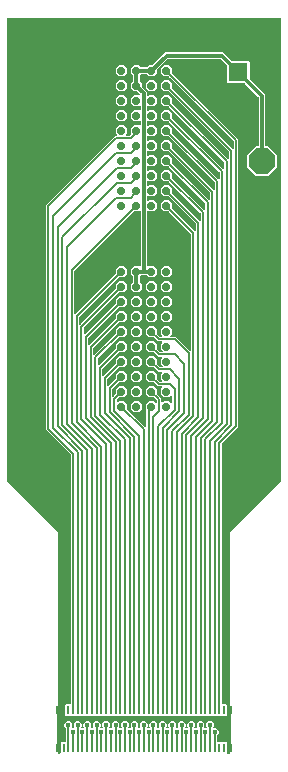
<source format=gbr>
G04 EAGLE Gerber RS-274X export*
G75*
%MOMM*%
%FSLAX34Y34*%
%LPD*%
%INTop Copper*%
%IPPOS*%
%AMOC8*
5,1,8,0,0,1.08239X$1,22.5*%
G01*
%ADD10P,0.769796X8X202.500000*%
%ADD11R,0.230000X0.750000*%
%ADD12R,0.350000X0.750000*%
%ADD13P,1.785944X8X292.500000*%
%ADD14R,1.650000X1.650000*%
%ADD15P,2.435377X8X22.500000*%
%ADD16C,0.127000*%
%ADD17C,0.403200*%
%ADD18C,0.304800*%

G36*
X-70990Y229012D02*
X-70990Y229012D01*
X-70924Y229014D01*
X-70881Y229032D01*
X-70834Y229040D01*
X-70777Y229074D01*
X-70717Y229099D01*
X-70682Y229130D01*
X-70641Y229155D01*
X-70599Y229206D01*
X-70551Y229250D01*
X-70529Y229292D01*
X-70500Y229329D01*
X-70479Y229391D01*
X-70448Y229450D01*
X-70440Y229504D01*
X-70428Y229541D01*
X-70429Y229581D01*
X-70421Y229635D01*
X-70421Y238426D01*
X-69676Y239171D01*
X-66540Y239171D01*
X-66475Y239182D01*
X-66409Y239184D01*
X-66366Y239202D01*
X-66319Y239210D01*
X-66262Y239244D01*
X-66202Y239269D01*
X-66167Y239300D01*
X-66126Y239325D01*
X-66084Y239376D01*
X-66036Y239420D01*
X-66014Y239462D01*
X-65985Y239499D01*
X-65964Y239561D01*
X-65933Y239620D01*
X-65925Y239674D01*
X-65913Y239711D01*
X-65914Y239751D01*
X-65906Y239805D01*
X-65906Y249995D01*
X-65913Y250037D01*
X-65911Y250079D01*
X-65933Y250146D01*
X-65945Y250216D01*
X-65967Y250252D01*
X-65980Y250293D01*
X-66034Y250365D01*
X-66060Y250409D01*
X-66076Y250422D01*
X-66092Y250443D01*
X-67287Y251639D01*
X-67287Y254361D01*
X-65361Y256287D01*
X-62639Y256287D01*
X-60713Y254361D01*
X-60713Y251639D01*
X-60982Y251369D01*
X-61033Y251296D01*
X-61089Y251227D01*
X-61097Y251205D01*
X-61110Y251185D01*
X-61133Y251099D01*
X-61161Y251015D01*
X-61161Y250991D01*
X-61166Y250968D01*
X-61157Y250879D01*
X-61155Y250790D01*
X-61146Y250769D01*
X-61143Y250745D01*
X-61104Y250665D01*
X-61070Y250583D01*
X-61054Y250565D01*
X-61044Y250544D01*
X-60979Y250483D01*
X-60919Y250417D01*
X-60898Y250406D01*
X-60881Y250390D01*
X-60798Y250355D01*
X-60719Y250314D01*
X-60693Y250311D01*
X-60674Y250302D01*
X-60623Y250300D01*
X-60534Y250287D01*
X-59466Y250287D01*
X-59378Y250302D01*
X-59290Y250312D01*
X-59269Y250322D01*
X-59245Y250326D01*
X-59169Y250372D01*
X-59089Y250411D01*
X-59072Y250428D01*
X-59052Y250441D01*
X-58996Y250510D01*
X-58935Y250574D01*
X-58926Y250596D01*
X-58911Y250615D01*
X-58882Y250699D01*
X-58847Y250781D01*
X-58846Y250805D01*
X-58839Y250827D01*
X-58841Y250916D01*
X-58837Y251005D01*
X-58845Y251028D01*
X-58845Y251052D01*
X-58879Y251134D01*
X-58906Y251219D01*
X-58922Y251240D01*
X-58930Y251259D01*
X-58964Y251297D01*
X-59018Y251369D01*
X-59287Y251639D01*
X-59287Y254361D01*
X-57361Y256287D01*
X-54639Y256287D01*
X-52713Y254361D01*
X-52713Y251639D01*
X-52982Y251369D01*
X-53033Y251296D01*
X-53089Y251227D01*
X-53097Y251205D01*
X-53110Y251185D01*
X-53133Y251099D01*
X-53161Y251015D01*
X-53161Y250991D01*
X-53166Y250968D01*
X-53157Y250879D01*
X-53155Y250790D01*
X-53146Y250769D01*
X-53143Y250745D01*
X-53104Y250665D01*
X-53070Y250583D01*
X-53054Y250565D01*
X-53044Y250544D01*
X-52979Y250483D01*
X-52919Y250417D01*
X-52898Y250406D01*
X-52881Y250390D01*
X-52798Y250355D01*
X-52719Y250314D01*
X-52693Y250311D01*
X-52674Y250302D01*
X-52623Y250300D01*
X-52534Y250287D01*
X-51466Y250287D01*
X-51378Y250302D01*
X-51290Y250312D01*
X-51269Y250322D01*
X-51245Y250326D01*
X-51169Y250372D01*
X-51089Y250411D01*
X-51072Y250428D01*
X-51052Y250441D01*
X-50996Y250510D01*
X-50935Y250574D01*
X-50926Y250596D01*
X-50911Y250615D01*
X-50882Y250699D01*
X-50847Y250781D01*
X-50846Y250805D01*
X-50839Y250827D01*
X-50841Y250916D01*
X-50837Y251005D01*
X-50845Y251028D01*
X-50845Y251052D01*
X-50879Y251134D01*
X-50906Y251219D01*
X-50922Y251240D01*
X-50930Y251259D01*
X-50964Y251297D01*
X-51018Y251369D01*
X-51287Y251639D01*
X-51287Y254361D01*
X-49361Y256287D01*
X-46639Y256287D01*
X-44713Y254361D01*
X-44713Y251639D01*
X-44982Y251369D01*
X-45033Y251296D01*
X-45089Y251227D01*
X-45097Y251205D01*
X-45110Y251185D01*
X-45133Y251099D01*
X-45161Y251015D01*
X-45161Y250991D01*
X-45166Y250968D01*
X-45157Y250879D01*
X-45155Y250790D01*
X-45146Y250769D01*
X-45143Y250745D01*
X-45104Y250665D01*
X-45070Y250583D01*
X-45054Y250565D01*
X-45044Y250544D01*
X-44979Y250483D01*
X-44919Y250417D01*
X-44898Y250406D01*
X-44881Y250390D01*
X-44798Y250355D01*
X-44719Y250314D01*
X-44693Y250311D01*
X-44674Y250302D01*
X-44623Y250300D01*
X-44534Y250287D01*
X-43466Y250287D01*
X-43378Y250302D01*
X-43290Y250312D01*
X-43269Y250322D01*
X-43245Y250326D01*
X-43169Y250372D01*
X-43089Y250411D01*
X-43072Y250428D01*
X-43052Y250441D01*
X-42996Y250510D01*
X-42935Y250574D01*
X-42926Y250596D01*
X-42911Y250615D01*
X-42882Y250699D01*
X-42847Y250781D01*
X-42846Y250805D01*
X-42839Y250827D01*
X-42841Y250916D01*
X-42837Y251005D01*
X-42845Y251028D01*
X-42845Y251052D01*
X-42879Y251134D01*
X-42906Y251219D01*
X-42922Y251240D01*
X-42930Y251259D01*
X-42964Y251297D01*
X-43018Y251369D01*
X-43287Y251639D01*
X-43287Y254361D01*
X-41361Y256287D01*
X-38639Y256287D01*
X-36713Y254361D01*
X-36713Y251639D01*
X-36982Y251369D01*
X-37033Y251296D01*
X-37089Y251227D01*
X-37097Y251205D01*
X-37110Y251185D01*
X-37133Y251099D01*
X-37161Y251015D01*
X-37161Y250991D01*
X-37166Y250968D01*
X-37157Y250879D01*
X-37155Y250790D01*
X-37146Y250769D01*
X-37143Y250745D01*
X-37104Y250665D01*
X-37070Y250583D01*
X-37054Y250565D01*
X-37044Y250544D01*
X-36979Y250483D01*
X-36919Y250417D01*
X-36898Y250406D01*
X-36881Y250390D01*
X-36798Y250355D01*
X-36719Y250314D01*
X-36693Y250311D01*
X-36674Y250302D01*
X-36623Y250300D01*
X-36534Y250287D01*
X-35466Y250287D01*
X-35378Y250302D01*
X-35290Y250312D01*
X-35269Y250322D01*
X-35245Y250326D01*
X-35169Y250372D01*
X-35089Y250411D01*
X-35072Y250428D01*
X-35052Y250441D01*
X-34996Y250510D01*
X-34935Y250574D01*
X-34926Y250596D01*
X-34911Y250615D01*
X-34882Y250699D01*
X-34847Y250781D01*
X-34846Y250805D01*
X-34839Y250827D01*
X-34841Y250916D01*
X-34837Y251005D01*
X-34845Y251028D01*
X-34845Y251052D01*
X-34879Y251134D01*
X-34906Y251219D01*
X-34922Y251240D01*
X-34930Y251259D01*
X-34964Y251297D01*
X-35018Y251369D01*
X-35287Y251639D01*
X-35287Y254361D01*
X-33361Y256287D01*
X-30639Y256287D01*
X-28713Y254361D01*
X-28713Y251639D01*
X-28982Y251369D01*
X-29033Y251296D01*
X-29089Y251227D01*
X-29097Y251205D01*
X-29110Y251185D01*
X-29133Y251099D01*
X-29161Y251015D01*
X-29161Y250991D01*
X-29166Y250968D01*
X-29157Y250879D01*
X-29155Y250790D01*
X-29146Y250769D01*
X-29143Y250745D01*
X-29104Y250665D01*
X-29070Y250583D01*
X-29054Y250565D01*
X-29044Y250544D01*
X-28979Y250483D01*
X-28919Y250417D01*
X-28898Y250406D01*
X-28881Y250390D01*
X-28798Y250355D01*
X-28719Y250314D01*
X-28693Y250311D01*
X-28674Y250302D01*
X-28623Y250300D01*
X-28534Y250287D01*
X-27466Y250287D01*
X-27378Y250302D01*
X-27290Y250312D01*
X-27269Y250322D01*
X-27245Y250326D01*
X-27169Y250372D01*
X-27089Y250411D01*
X-27072Y250428D01*
X-27052Y250441D01*
X-26996Y250510D01*
X-26935Y250574D01*
X-26926Y250596D01*
X-26911Y250615D01*
X-26882Y250699D01*
X-26847Y250781D01*
X-26846Y250805D01*
X-26839Y250827D01*
X-26841Y250916D01*
X-26837Y251005D01*
X-26845Y251028D01*
X-26845Y251052D01*
X-26879Y251134D01*
X-26906Y251219D01*
X-26922Y251240D01*
X-26930Y251259D01*
X-26964Y251297D01*
X-27018Y251369D01*
X-27287Y251639D01*
X-27287Y254361D01*
X-25361Y256287D01*
X-22639Y256287D01*
X-20713Y254361D01*
X-20713Y251639D01*
X-20982Y251369D01*
X-21033Y251296D01*
X-21089Y251227D01*
X-21097Y251205D01*
X-21110Y251185D01*
X-21133Y251099D01*
X-21161Y251015D01*
X-21161Y250991D01*
X-21166Y250968D01*
X-21157Y250879D01*
X-21155Y250790D01*
X-21146Y250769D01*
X-21143Y250745D01*
X-21104Y250665D01*
X-21070Y250583D01*
X-21054Y250565D01*
X-21044Y250544D01*
X-20979Y250483D01*
X-20919Y250417D01*
X-20898Y250406D01*
X-20881Y250390D01*
X-20798Y250355D01*
X-20719Y250314D01*
X-20693Y250311D01*
X-20674Y250302D01*
X-20623Y250300D01*
X-20534Y250287D01*
X-19466Y250287D01*
X-19378Y250302D01*
X-19290Y250312D01*
X-19269Y250322D01*
X-19245Y250326D01*
X-19169Y250372D01*
X-19089Y250411D01*
X-19072Y250428D01*
X-19052Y250441D01*
X-18996Y250510D01*
X-18935Y250574D01*
X-18926Y250596D01*
X-18911Y250615D01*
X-18882Y250699D01*
X-18847Y250781D01*
X-18846Y250805D01*
X-18839Y250827D01*
X-18841Y250916D01*
X-18837Y251005D01*
X-18845Y251028D01*
X-18845Y251052D01*
X-18879Y251134D01*
X-18906Y251219D01*
X-18922Y251240D01*
X-18930Y251259D01*
X-18964Y251297D01*
X-19018Y251369D01*
X-19287Y251639D01*
X-19287Y254361D01*
X-17361Y256287D01*
X-14639Y256287D01*
X-12713Y254361D01*
X-12713Y251639D01*
X-12982Y251369D01*
X-13033Y251296D01*
X-13089Y251227D01*
X-13097Y251205D01*
X-13110Y251185D01*
X-13133Y251099D01*
X-13161Y251015D01*
X-13161Y250991D01*
X-13166Y250968D01*
X-13157Y250879D01*
X-13155Y250790D01*
X-13146Y250769D01*
X-13143Y250745D01*
X-13104Y250665D01*
X-13070Y250583D01*
X-13054Y250565D01*
X-13044Y250544D01*
X-12979Y250483D01*
X-12919Y250417D01*
X-12898Y250406D01*
X-12881Y250390D01*
X-12798Y250355D01*
X-12719Y250314D01*
X-12693Y250311D01*
X-12674Y250302D01*
X-12623Y250300D01*
X-12534Y250287D01*
X-11466Y250287D01*
X-11378Y250302D01*
X-11290Y250312D01*
X-11269Y250322D01*
X-11245Y250326D01*
X-11169Y250372D01*
X-11089Y250411D01*
X-11072Y250428D01*
X-11052Y250441D01*
X-10996Y250510D01*
X-10935Y250574D01*
X-10926Y250596D01*
X-10911Y250615D01*
X-10882Y250699D01*
X-10847Y250781D01*
X-10846Y250805D01*
X-10839Y250827D01*
X-10841Y250916D01*
X-10837Y251005D01*
X-10845Y251028D01*
X-10845Y251052D01*
X-10879Y251134D01*
X-10906Y251219D01*
X-10922Y251240D01*
X-10930Y251259D01*
X-10964Y251297D01*
X-11018Y251369D01*
X-11287Y251639D01*
X-11287Y254361D01*
X-9361Y256287D01*
X-6639Y256287D01*
X-4713Y254361D01*
X-4713Y251639D01*
X-4982Y251369D01*
X-5033Y251296D01*
X-5089Y251227D01*
X-5097Y251205D01*
X-5110Y251185D01*
X-5133Y251099D01*
X-5161Y251015D01*
X-5161Y250991D01*
X-5166Y250968D01*
X-5157Y250879D01*
X-5155Y250790D01*
X-5146Y250769D01*
X-5143Y250745D01*
X-5104Y250665D01*
X-5070Y250583D01*
X-5054Y250565D01*
X-5044Y250544D01*
X-4979Y250483D01*
X-4919Y250417D01*
X-4898Y250406D01*
X-4881Y250390D01*
X-4798Y250355D01*
X-4719Y250314D01*
X-4693Y250311D01*
X-4674Y250302D01*
X-4623Y250300D01*
X-4534Y250287D01*
X-3466Y250287D01*
X-3378Y250302D01*
X-3290Y250312D01*
X-3269Y250322D01*
X-3245Y250326D01*
X-3169Y250372D01*
X-3089Y250411D01*
X-3072Y250428D01*
X-3052Y250441D01*
X-2996Y250510D01*
X-2935Y250574D01*
X-2926Y250596D01*
X-2911Y250615D01*
X-2882Y250699D01*
X-2847Y250781D01*
X-2846Y250805D01*
X-2839Y250827D01*
X-2841Y250916D01*
X-2837Y251005D01*
X-2845Y251028D01*
X-2845Y251052D01*
X-2879Y251134D01*
X-2906Y251219D01*
X-2922Y251240D01*
X-2930Y251259D01*
X-2964Y251297D01*
X-3018Y251369D01*
X-3287Y251639D01*
X-3287Y254361D01*
X-1361Y256287D01*
X1361Y256287D01*
X3287Y254361D01*
X3287Y251639D01*
X3018Y251369D01*
X2967Y251296D01*
X2911Y251227D01*
X2903Y251205D01*
X2890Y251185D01*
X2867Y251099D01*
X2839Y251015D01*
X2839Y250991D01*
X2834Y250968D01*
X2843Y250879D01*
X2845Y250790D01*
X2854Y250769D01*
X2857Y250745D01*
X2896Y250665D01*
X2930Y250583D01*
X2946Y250565D01*
X2956Y250544D01*
X3021Y250483D01*
X3081Y250417D01*
X3102Y250406D01*
X3119Y250390D01*
X3202Y250355D01*
X3281Y250314D01*
X3307Y250311D01*
X3326Y250302D01*
X3377Y250300D01*
X3466Y250287D01*
X4534Y250287D01*
X4622Y250302D01*
X4710Y250312D01*
X4731Y250322D01*
X4755Y250326D01*
X4831Y250372D01*
X4911Y250411D01*
X4928Y250428D01*
X4948Y250441D01*
X5004Y250510D01*
X5065Y250574D01*
X5074Y250596D01*
X5089Y250615D01*
X5118Y250699D01*
X5153Y250781D01*
X5154Y250805D01*
X5161Y250827D01*
X5159Y250916D01*
X5163Y251005D01*
X5155Y251028D01*
X5155Y251052D01*
X5121Y251134D01*
X5094Y251219D01*
X5078Y251240D01*
X5070Y251259D01*
X5036Y251297D01*
X4982Y251369D01*
X4713Y251639D01*
X4713Y254361D01*
X6639Y256287D01*
X9361Y256287D01*
X11287Y254361D01*
X11287Y251639D01*
X11018Y251369D01*
X10967Y251296D01*
X10911Y251227D01*
X10903Y251205D01*
X10890Y251185D01*
X10867Y251099D01*
X10839Y251015D01*
X10839Y250991D01*
X10834Y250968D01*
X10843Y250879D01*
X10845Y250790D01*
X10854Y250769D01*
X10857Y250745D01*
X10896Y250665D01*
X10930Y250583D01*
X10946Y250565D01*
X10956Y250544D01*
X11021Y250483D01*
X11081Y250417D01*
X11102Y250406D01*
X11119Y250390D01*
X11202Y250355D01*
X11281Y250314D01*
X11307Y250311D01*
X11326Y250302D01*
X11377Y250300D01*
X11466Y250287D01*
X12455Y250287D01*
X12543Y250302D01*
X12631Y250312D01*
X12652Y250322D01*
X12676Y250326D01*
X12752Y250372D01*
X12832Y250411D01*
X12849Y250428D01*
X12869Y250441D01*
X12925Y250510D01*
X12986Y250574D01*
X12995Y250596D01*
X13010Y250615D01*
X13039Y250699D01*
X13074Y250781D01*
X13075Y250805D01*
X13082Y250827D01*
X13080Y250916D01*
X13084Y251005D01*
X13076Y251028D01*
X13076Y251052D01*
X13042Y251134D01*
X13015Y251219D01*
X12999Y251240D01*
X12991Y251259D01*
X12957Y251297D01*
X12903Y251369D01*
X12634Y251639D01*
X12634Y254361D01*
X14560Y256287D01*
X17282Y256287D01*
X19208Y254361D01*
X19208Y251639D01*
X18939Y251369D01*
X18888Y251296D01*
X18832Y251227D01*
X18824Y251205D01*
X18811Y251185D01*
X18788Y251099D01*
X18760Y251015D01*
X18760Y250991D01*
X18755Y250968D01*
X18764Y250879D01*
X18766Y250790D01*
X18775Y250769D01*
X18778Y250745D01*
X18817Y250665D01*
X18851Y250583D01*
X18867Y250565D01*
X18877Y250544D01*
X18942Y250483D01*
X19002Y250417D01*
X19023Y250406D01*
X19040Y250390D01*
X19123Y250355D01*
X19202Y250314D01*
X19228Y250311D01*
X19247Y250302D01*
X19298Y250300D01*
X19387Y250287D01*
X20534Y250287D01*
X20622Y250302D01*
X20710Y250312D01*
X20731Y250322D01*
X20755Y250326D01*
X20831Y250372D01*
X20911Y250411D01*
X20928Y250428D01*
X20948Y250441D01*
X21004Y250510D01*
X21065Y250574D01*
X21074Y250596D01*
X21089Y250615D01*
X21118Y250699D01*
X21153Y250781D01*
X21154Y250805D01*
X21161Y250827D01*
X21159Y250916D01*
X21163Y251005D01*
X21155Y251028D01*
X21155Y251052D01*
X21121Y251134D01*
X21094Y251219D01*
X21078Y251240D01*
X21070Y251259D01*
X21036Y251297D01*
X20982Y251369D01*
X20713Y251639D01*
X20713Y254361D01*
X22639Y256287D01*
X25361Y256287D01*
X27287Y254361D01*
X27287Y251639D01*
X27018Y251369D01*
X26967Y251296D01*
X26911Y251227D01*
X26903Y251205D01*
X26890Y251185D01*
X26867Y251099D01*
X26839Y251015D01*
X26839Y250991D01*
X26834Y250968D01*
X26843Y250879D01*
X26845Y250790D01*
X26854Y250769D01*
X26857Y250745D01*
X26896Y250665D01*
X26930Y250583D01*
X26946Y250565D01*
X26956Y250544D01*
X27021Y250483D01*
X27081Y250417D01*
X27102Y250406D01*
X27119Y250390D01*
X27202Y250355D01*
X27281Y250314D01*
X27307Y250311D01*
X27326Y250302D01*
X27377Y250300D01*
X27466Y250287D01*
X28534Y250287D01*
X28622Y250302D01*
X28710Y250312D01*
X28731Y250322D01*
X28755Y250326D01*
X28831Y250372D01*
X28911Y250411D01*
X28928Y250428D01*
X28948Y250441D01*
X29004Y250510D01*
X29065Y250574D01*
X29074Y250596D01*
X29089Y250615D01*
X29118Y250699D01*
X29153Y250781D01*
X29154Y250805D01*
X29161Y250827D01*
X29159Y250916D01*
X29163Y251005D01*
X29155Y251028D01*
X29155Y251052D01*
X29121Y251134D01*
X29094Y251219D01*
X29078Y251240D01*
X29070Y251259D01*
X29036Y251297D01*
X28982Y251369D01*
X28713Y251639D01*
X28713Y254361D01*
X30639Y256287D01*
X33361Y256287D01*
X35287Y254361D01*
X35287Y251639D01*
X35018Y251369D01*
X34967Y251296D01*
X34911Y251227D01*
X34903Y251205D01*
X34890Y251185D01*
X34867Y251099D01*
X34839Y251015D01*
X34839Y250991D01*
X34834Y250968D01*
X34843Y250879D01*
X34845Y250790D01*
X34854Y250769D01*
X34857Y250745D01*
X34896Y250665D01*
X34930Y250583D01*
X34946Y250565D01*
X34956Y250544D01*
X35021Y250483D01*
X35081Y250417D01*
X35102Y250406D01*
X35119Y250390D01*
X35202Y250355D01*
X35281Y250314D01*
X35307Y250311D01*
X35326Y250302D01*
X35377Y250300D01*
X35466Y250287D01*
X36534Y250287D01*
X36622Y250302D01*
X36710Y250312D01*
X36731Y250322D01*
X36755Y250326D01*
X36831Y250372D01*
X36911Y250411D01*
X36928Y250428D01*
X36948Y250441D01*
X37004Y250510D01*
X37065Y250574D01*
X37074Y250596D01*
X37089Y250615D01*
X37118Y250699D01*
X37153Y250781D01*
X37154Y250805D01*
X37161Y250827D01*
X37159Y250916D01*
X37163Y251005D01*
X37155Y251028D01*
X37155Y251052D01*
X37121Y251134D01*
X37094Y251219D01*
X37078Y251240D01*
X37070Y251259D01*
X37036Y251297D01*
X36982Y251369D01*
X36713Y251639D01*
X36713Y254361D01*
X38639Y256287D01*
X41361Y256287D01*
X43287Y254361D01*
X43287Y251639D01*
X43018Y251369D01*
X42967Y251296D01*
X42911Y251227D01*
X42903Y251205D01*
X42890Y251185D01*
X42867Y251099D01*
X42839Y251015D01*
X42839Y250991D01*
X42834Y250968D01*
X42843Y250879D01*
X42845Y250790D01*
X42854Y250769D01*
X42857Y250745D01*
X42896Y250665D01*
X42930Y250583D01*
X42946Y250565D01*
X42956Y250544D01*
X43021Y250483D01*
X43081Y250417D01*
X43102Y250406D01*
X43119Y250390D01*
X43202Y250355D01*
X43281Y250314D01*
X43307Y250311D01*
X43326Y250302D01*
X43377Y250300D01*
X43466Y250287D01*
X44534Y250287D01*
X44622Y250302D01*
X44710Y250312D01*
X44731Y250322D01*
X44755Y250326D01*
X44831Y250372D01*
X44911Y250411D01*
X44928Y250428D01*
X44948Y250441D01*
X45004Y250510D01*
X45065Y250574D01*
X45074Y250596D01*
X45089Y250615D01*
X45118Y250699D01*
X45153Y250781D01*
X45154Y250805D01*
X45161Y250827D01*
X45159Y250916D01*
X45163Y251005D01*
X45155Y251028D01*
X45155Y251052D01*
X45121Y251134D01*
X45094Y251219D01*
X45078Y251240D01*
X45070Y251259D01*
X45036Y251297D01*
X44982Y251369D01*
X44713Y251639D01*
X44713Y254361D01*
X46639Y256287D01*
X49361Y256287D01*
X51287Y254361D01*
X51287Y251639D01*
X51018Y251369D01*
X50967Y251296D01*
X50911Y251227D01*
X50903Y251205D01*
X50890Y251185D01*
X50867Y251099D01*
X50839Y251015D01*
X50839Y250991D01*
X50834Y250968D01*
X50843Y250879D01*
X50845Y250790D01*
X50854Y250769D01*
X50857Y250745D01*
X50896Y250665D01*
X50930Y250583D01*
X50946Y250565D01*
X50956Y250544D01*
X51021Y250483D01*
X51081Y250417D01*
X51102Y250406D01*
X51119Y250390D01*
X51202Y250355D01*
X51281Y250314D01*
X51307Y250311D01*
X51326Y250302D01*
X51377Y250300D01*
X51466Y250287D01*
X52534Y250287D01*
X52622Y250302D01*
X52710Y250312D01*
X52731Y250322D01*
X52755Y250326D01*
X52831Y250372D01*
X52911Y250411D01*
X52928Y250428D01*
X52948Y250441D01*
X53004Y250510D01*
X53065Y250574D01*
X53074Y250596D01*
X53089Y250615D01*
X53118Y250699D01*
X53153Y250781D01*
X53154Y250805D01*
X53161Y250827D01*
X53159Y250916D01*
X53163Y251005D01*
X53155Y251028D01*
X53155Y251052D01*
X53121Y251134D01*
X53094Y251219D01*
X53078Y251240D01*
X53070Y251259D01*
X53036Y251297D01*
X52982Y251369D01*
X52713Y251639D01*
X52713Y254361D01*
X54639Y256287D01*
X57361Y256287D01*
X59287Y254361D01*
X59287Y251639D01*
X59018Y251369D01*
X58967Y251296D01*
X58911Y251227D01*
X58903Y251205D01*
X58890Y251185D01*
X58867Y251099D01*
X58839Y251015D01*
X58839Y250991D01*
X58834Y250968D01*
X58843Y250879D01*
X58845Y250790D01*
X58854Y250769D01*
X58857Y250745D01*
X58896Y250665D01*
X58930Y250583D01*
X58946Y250565D01*
X58956Y250544D01*
X59021Y250483D01*
X59081Y250417D01*
X59102Y250406D01*
X59119Y250390D01*
X59202Y250355D01*
X59281Y250314D01*
X59307Y250311D01*
X59326Y250302D01*
X59377Y250300D01*
X59466Y250287D01*
X61361Y250287D01*
X63287Y248361D01*
X63287Y245639D01*
X62092Y244443D01*
X62067Y244409D01*
X62036Y244380D01*
X62004Y244317D01*
X61963Y244259D01*
X61953Y244218D01*
X61933Y244180D01*
X61920Y244091D01*
X61907Y244042D01*
X61910Y244021D01*
X61906Y243995D01*
X61906Y239805D01*
X61917Y239740D01*
X61919Y239674D01*
X61937Y239631D01*
X61945Y239584D01*
X61979Y239527D01*
X62004Y239467D01*
X62035Y239432D01*
X62060Y239391D01*
X62111Y239349D01*
X62155Y239301D01*
X62197Y239279D01*
X62234Y239250D01*
X62296Y239229D01*
X62355Y239198D01*
X62409Y239190D01*
X62446Y239178D01*
X62486Y239179D01*
X62540Y239171D01*
X65731Y239171D01*
X65736Y239168D01*
X65799Y239151D01*
X65860Y239125D01*
X65907Y239123D01*
X65953Y239112D01*
X66018Y239118D01*
X66084Y239115D01*
X66129Y239130D01*
X66176Y239135D01*
X66235Y239164D01*
X66256Y239171D01*
X69676Y239171D01*
X70421Y238426D01*
X70421Y229635D01*
X70432Y229570D01*
X70434Y229504D01*
X70452Y229461D01*
X70460Y229414D01*
X70494Y229357D01*
X70519Y229297D01*
X70550Y229262D01*
X70575Y229221D01*
X70626Y229179D01*
X70670Y229131D01*
X70712Y229109D01*
X70749Y229080D01*
X70811Y229059D01*
X70870Y229028D01*
X70924Y229020D01*
X70961Y229008D01*
X71001Y229009D01*
X71055Y229001D01*
X72365Y229001D01*
X72430Y229012D01*
X72496Y229014D01*
X72539Y229032D01*
X72586Y229040D01*
X72643Y229074D01*
X72703Y229099D01*
X72738Y229130D01*
X72779Y229155D01*
X72821Y229206D01*
X72869Y229250D01*
X72891Y229292D01*
X72920Y229329D01*
X72941Y229391D01*
X72972Y229450D01*
X72980Y229504D01*
X72992Y229541D01*
X72991Y229581D01*
X72999Y229635D01*
X72999Y416657D01*
X115813Y459471D01*
X115838Y459506D01*
X115869Y459535D01*
X115901Y459598D01*
X115942Y459656D01*
X115952Y459697D01*
X115972Y459735D01*
X115985Y459824D01*
X115998Y459873D01*
X115995Y459894D01*
X115999Y459920D01*
X115999Y851333D01*
X115988Y851398D01*
X115986Y851464D01*
X115968Y851507D01*
X115960Y851554D01*
X115926Y851611D01*
X115901Y851672D01*
X115870Y851706D01*
X115845Y851747D01*
X115794Y851789D01*
X115750Y851837D01*
X115708Y851859D01*
X115671Y851889D01*
X115609Y851910D01*
X115550Y851940D01*
X115496Y851948D01*
X115459Y851960D01*
X115419Y851959D01*
X115365Y851967D01*
X-115365Y851967D01*
X-115430Y851956D01*
X-115496Y851954D01*
X-115539Y851936D01*
X-115586Y851928D01*
X-115643Y851894D01*
X-115703Y851870D01*
X-115738Y851838D01*
X-115779Y851814D01*
X-115821Y851763D01*
X-115869Y851718D01*
X-115891Y851676D01*
X-115920Y851639D01*
X-115941Y851577D01*
X-115972Y851519D01*
X-115980Y851464D01*
X-115992Y851427D01*
X-115991Y851388D01*
X-115999Y851333D01*
X-115999Y459920D01*
X-115992Y459878D01*
X-115994Y459836D01*
X-115972Y459769D01*
X-115960Y459699D01*
X-115938Y459663D01*
X-115925Y459622D01*
X-115871Y459549D01*
X-115845Y459506D01*
X-115829Y459493D01*
X-115813Y459471D01*
X-72999Y416657D01*
X-72999Y229635D01*
X-72988Y229570D01*
X-72986Y229504D01*
X-72968Y229461D01*
X-72960Y229414D01*
X-72926Y229357D01*
X-72901Y229297D01*
X-72870Y229262D01*
X-72845Y229221D01*
X-72794Y229179D01*
X-72750Y229131D01*
X-72708Y229109D01*
X-72671Y229080D01*
X-72609Y229059D01*
X-72550Y229028D01*
X-72496Y229020D01*
X-72459Y229008D01*
X-72419Y229009D01*
X-72365Y229001D01*
X-71055Y229001D01*
X-70990Y229012D01*
G37*
%LPC*%
G36*
X-65676Y260829D02*
X-65676Y260829D01*
X-66421Y261574D01*
X-66421Y270126D01*
X-65676Y270871D01*
X-62540Y270871D01*
X-62475Y270882D01*
X-62409Y270884D01*
X-62366Y270902D01*
X-62319Y270910D01*
X-62262Y270944D01*
X-62202Y270969D01*
X-62167Y271000D01*
X-62126Y271025D01*
X-62084Y271076D01*
X-62036Y271120D01*
X-62014Y271162D01*
X-61985Y271199D01*
X-61964Y271261D01*
X-61933Y271320D01*
X-61925Y271374D01*
X-61913Y271411D01*
X-61914Y271451D01*
X-61906Y271505D01*
X-61906Y481948D01*
X-61913Y481990D01*
X-61911Y482032D01*
X-61933Y482099D01*
X-61945Y482169D01*
X-61967Y482205D01*
X-61980Y482246D01*
X-62034Y482318D01*
X-62060Y482362D01*
X-62076Y482375D01*
X-62092Y482396D01*
X-82906Y503211D01*
X-82906Y693758D01*
X-24410Y752254D01*
X-23311Y752254D01*
X-23224Y752270D01*
X-23135Y752279D01*
X-23114Y752289D01*
X-23091Y752294D01*
X-23014Y752339D01*
X-22934Y752378D01*
X-22918Y752396D01*
X-22897Y752408D01*
X-22841Y752477D01*
X-22780Y752542D01*
X-22771Y752564D01*
X-22756Y752582D01*
X-22728Y752666D01*
X-22693Y752748D01*
X-22692Y752772D01*
X-22684Y752794D01*
X-22687Y752883D01*
X-22683Y752972D01*
X-22690Y752995D01*
X-22691Y753019D01*
X-22724Y753101D01*
X-22751Y753186D01*
X-22767Y753207D01*
X-22775Y753227D01*
X-22809Y753264D01*
X-22863Y753337D01*
X-23877Y754350D01*
X-23877Y758349D01*
X-21049Y761176D01*
X-17051Y761176D01*
X-14223Y758349D01*
X-14223Y754350D01*
X-15237Y753337D01*
X-15288Y753264D01*
X-15344Y753194D01*
X-15352Y753172D01*
X-15365Y753152D01*
X-15387Y753066D01*
X-15416Y752982D01*
X-15415Y752958D01*
X-15421Y752935D01*
X-15412Y752847D01*
X-15409Y752758D01*
X-15400Y752736D01*
X-15398Y752712D01*
X-15358Y752632D01*
X-15325Y752550D01*
X-15309Y752532D01*
X-15298Y752511D01*
X-15234Y752450D01*
X-15174Y752384D01*
X-15152Y752373D01*
X-15135Y752357D01*
X-15053Y752322D01*
X-14974Y752282D01*
X-14948Y752278D01*
X-14929Y752270D01*
X-14878Y752267D01*
X-14789Y752254D01*
X-12134Y752254D01*
X-12092Y752261D01*
X-12049Y752260D01*
X-11982Y752281D01*
X-11913Y752294D01*
X-11876Y752315D01*
X-11836Y752328D01*
X-11763Y752382D01*
X-11720Y752408D01*
X-11718Y752410D01*
X-11716Y752411D01*
X-11705Y752425D01*
X-11685Y752440D01*
X-10924Y753201D01*
X-10886Y753255D01*
X-10841Y753303D01*
X-10823Y753346D01*
X-10796Y753385D01*
X-10780Y753449D01*
X-10754Y753509D01*
X-10752Y753557D01*
X-10740Y753602D01*
X-10747Y753668D01*
X-10744Y753733D01*
X-10758Y753778D01*
X-10763Y753825D01*
X-10792Y753884D01*
X-10813Y753947D01*
X-10845Y753991D01*
X-10863Y754027D01*
X-10891Y754054D01*
X-10924Y754098D01*
X-11177Y754350D01*
X-11177Y758349D01*
X-8349Y761176D01*
X-4351Y761176D01*
X-3877Y760703D01*
X-3804Y760652D01*
X-3735Y760596D01*
X-3713Y760589D01*
X-3693Y760575D01*
X-3607Y760553D01*
X-3523Y760524D01*
X-3499Y760525D01*
X-3476Y760519D01*
X-3387Y760528D01*
X-3298Y760531D01*
X-3276Y760540D01*
X-3253Y760542D01*
X-3173Y760582D01*
X-3091Y760615D01*
X-3073Y760631D01*
X-3052Y760642D01*
X-2991Y760707D01*
X-2925Y760767D01*
X-2914Y760788D01*
X-2898Y760805D01*
X-2863Y760887D01*
X-2822Y760966D01*
X-2819Y760992D01*
X-2810Y761012D01*
X-2808Y761062D01*
X-2795Y761152D01*
X-2795Y764248D01*
X-2810Y764335D01*
X-2820Y764424D01*
X-2830Y764445D01*
X-2834Y764469D01*
X-2880Y764545D01*
X-2919Y764625D01*
X-2936Y764641D01*
X-2949Y764662D01*
X-3018Y764718D01*
X-3082Y764779D01*
X-3104Y764788D01*
X-3123Y764803D01*
X-3207Y764832D01*
X-3289Y764866D01*
X-3313Y764867D01*
X-3335Y764875D01*
X-3424Y764872D01*
X-3513Y764876D01*
X-3536Y764869D01*
X-3560Y764868D01*
X-3642Y764835D01*
X-3727Y764808D01*
X-3748Y764792D01*
X-3767Y764784D01*
X-3805Y764750D01*
X-3877Y764696D01*
X-4351Y764223D01*
X-8349Y764223D01*
X-11177Y767050D01*
X-11177Y771049D01*
X-8349Y773876D01*
X-4351Y773876D01*
X-3877Y773403D01*
X-3804Y773352D01*
X-3735Y773296D01*
X-3713Y773289D01*
X-3693Y773275D01*
X-3607Y773253D01*
X-3523Y773224D01*
X-3499Y773225D01*
X-3476Y773219D01*
X-3387Y773228D01*
X-3298Y773231D01*
X-3276Y773240D01*
X-3253Y773242D01*
X-3173Y773282D01*
X-3091Y773315D01*
X-3073Y773331D01*
X-3052Y773342D01*
X-2991Y773407D01*
X-2925Y773467D01*
X-2914Y773488D01*
X-2898Y773505D01*
X-2863Y773587D01*
X-2822Y773666D01*
X-2819Y773692D01*
X-2810Y773712D01*
X-2808Y773762D01*
X-2795Y773852D01*
X-2795Y776948D01*
X-2810Y777036D01*
X-2820Y777124D01*
X-2830Y777145D01*
X-2834Y777169D01*
X-2880Y777245D01*
X-2919Y777325D01*
X-2936Y777341D01*
X-2949Y777362D01*
X-3018Y777418D01*
X-3082Y777479D01*
X-3104Y777488D01*
X-3123Y777503D01*
X-3207Y777532D01*
X-3289Y777566D01*
X-3313Y777567D01*
X-3335Y777575D01*
X-3424Y777572D01*
X-3513Y777576D01*
X-3536Y777569D01*
X-3560Y777568D01*
X-3642Y777535D01*
X-3727Y777508D01*
X-3748Y777492D01*
X-3767Y777484D01*
X-3805Y777450D01*
X-3877Y777396D01*
X-4351Y776923D01*
X-8349Y776923D01*
X-11177Y779750D01*
X-11177Y783749D01*
X-8349Y786576D01*
X-4351Y786576D01*
X-3877Y786103D01*
X-3804Y786052D01*
X-3735Y785996D01*
X-3713Y785989D01*
X-3693Y785975D01*
X-3607Y785953D01*
X-3523Y785924D01*
X-3499Y785925D01*
X-3476Y785919D01*
X-3387Y785928D01*
X-3298Y785931D01*
X-3276Y785940D01*
X-3253Y785942D01*
X-3173Y785982D01*
X-3091Y786015D01*
X-3073Y786031D01*
X-3052Y786042D01*
X-2991Y786107D01*
X-2925Y786167D01*
X-2914Y786188D01*
X-2898Y786205D01*
X-2863Y786287D01*
X-2822Y786366D01*
X-2819Y786392D01*
X-2810Y786412D01*
X-2808Y786462D01*
X-2795Y786552D01*
X-2795Y786679D01*
X-2802Y786721D01*
X-2800Y786764D01*
X-2822Y786831D01*
X-2834Y786900D01*
X-2856Y786937D01*
X-2869Y786977D01*
X-2923Y787050D01*
X-2949Y787093D01*
X-2965Y787107D01*
X-2981Y787128D01*
X-5290Y789437D01*
X-5325Y789461D01*
X-5353Y789493D01*
X-5416Y789525D01*
X-5474Y789565D01*
X-5515Y789576D01*
X-5553Y789595D01*
X-5643Y789609D01*
X-5691Y789621D01*
X-5712Y789619D01*
X-5738Y789623D01*
X-8349Y789623D01*
X-11177Y792450D01*
X-11177Y796449D01*
X-9331Y798295D01*
X-9306Y798330D01*
X-9275Y798359D01*
X-9243Y798422D01*
X-9202Y798479D01*
X-9192Y798521D01*
X-9172Y798558D01*
X-9159Y798648D01*
X-9146Y798697D01*
X-9149Y798718D01*
X-9145Y798744D01*
X-9145Y802856D01*
X-9152Y802898D01*
X-9150Y802940D01*
X-9172Y803007D01*
X-9184Y803077D01*
X-9206Y803113D01*
X-9219Y803154D01*
X-9273Y803226D01*
X-9299Y803270D01*
X-9315Y803283D01*
X-9331Y803304D01*
X-11177Y805150D01*
X-11177Y809149D01*
X-8349Y811976D01*
X-4351Y811976D01*
X-2504Y810130D01*
X-2477Y810111D01*
X-2470Y810104D01*
X-2465Y810101D01*
X-2441Y810075D01*
X-2378Y810042D01*
X-2320Y810002D01*
X-2279Y809992D01*
X-2241Y809972D01*
X-2152Y809959D01*
X-2103Y809946D01*
X-2082Y809948D01*
X-2056Y809944D01*
X2056Y809944D01*
X2098Y809952D01*
X2140Y809950D01*
X2207Y809972D01*
X2277Y809984D01*
X2313Y810006D01*
X2354Y810019D01*
X2427Y810073D01*
X2470Y810098D01*
X2483Y810115D01*
X2504Y810130D01*
X4351Y811976D01*
X6962Y811976D01*
X7003Y811984D01*
X7046Y811982D01*
X7113Y812004D01*
X7183Y812016D01*
X7219Y812038D01*
X7259Y812051D01*
X7332Y812105D01*
X7376Y812130D01*
X7389Y812147D01*
X7410Y812162D01*
X18043Y822795D01*
X67126Y822795D01*
X74246Y815675D01*
X74281Y815651D01*
X74309Y815619D01*
X74372Y815587D01*
X74430Y815547D01*
X74471Y815536D01*
X74509Y815517D01*
X74599Y815503D01*
X74647Y815491D01*
X74668Y815493D01*
X74694Y815489D01*
X88776Y815489D01*
X89521Y814745D01*
X89521Y800663D01*
X89528Y800621D01*
X89526Y800579D01*
X89548Y800511D01*
X89560Y800442D01*
X89582Y800405D01*
X89595Y800365D01*
X89649Y800292D01*
X89675Y800249D01*
X89691Y800236D01*
X89707Y800214D01*
X102795Y787126D01*
X102795Y744123D01*
X102806Y744059D01*
X102808Y743993D01*
X102826Y743949D01*
X102834Y743903D01*
X102868Y743846D01*
X102893Y743785D01*
X102924Y743750D01*
X102949Y743709D01*
X103000Y743668D01*
X103044Y743619D01*
X103086Y743598D01*
X103123Y743568D01*
X103185Y743547D01*
X103244Y743517D01*
X103298Y743509D01*
X103335Y743496D01*
X103375Y743497D01*
X103429Y743489D01*
X105186Y743489D01*
X112521Y736155D01*
X112521Y725782D01*
X105186Y718448D01*
X94814Y718448D01*
X87479Y725782D01*
X87479Y736155D01*
X94814Y743489D01*
X96571Y743489D01*
X96636Y743501D01*
X96702Y743503D01*
X96745Y743520D01*
X96792Y743529D01*
X96849Y743562D01*
X96909Y743587D01*
X96944Y743619D01*
X96985Y743643D01*
X97027Y743694D01*
X97075Y743738D01*
X97097Y743781D01*
X97126Y743817D01*
X97147Y743879D01*
X97178Y743938D01*
X97186Y743992D01*
X97198Y744030D01*
X97197Y744069D01*
X97205Y744123D01*
X97205Y784548D01*
X97198Y784590D01*
X97200Y784632D01*
X97178Y784699D01*
X97166Y784769D01*
X97144Y784805D01*
X97131Y784846D01*
X97077Y784919D01*
X97051Y784962D01*
X97035Y784975D01*
X97019Y784997D01*
X85754Y796262D01*
X85719Y796286D01*
X85691Y796318D01*
X85628Y796350D01*
X85570Y796390D01*
X85529Y796401D01*
X85491Y796420D01*
X85401Y796433D01*
X85353Y796446D01*
X85332Y796444D01*
X85306Y796448D01*
X71224Y796448D01*
X70479Y797192D01*
X70479Y811274D01*
X70472Y811316D01*
X70474Y811358D01*
X70452Y811425D01*
X70440Y811495D01*
X70418Y811531D01*
X70405Y811572D01*
X70351Y811645D01*
X70325Y811688D01*
X70309Y811701D01*
X70293Y811723D01*
X64997Y817019D01*
X64962Y817044D01*
X64933Y817075D01*
X64870Y817107D01*
X64812Y817148D01*
X64771Y817158D01*
X64733Y817178D01*
X64644Y817191D01*
X64595Y817204D01*
X64574Y817201D01*
X64548Y817205D01*
X20621Y817205D01*
X20579Y817198D01*
X20536Y817200D01*
X20469Y817178D01*
X20400Y817166D01*
X20363Y817144D01*
X20323Y817131D01*
X20250Y817077D01*
X20207Y817051D01*
X20193Y817035D01*
X20172Y817019D01*
X11363Y808210D01*
X11338Y808175D01*
X11307Y808146D01*
X11275Y808084D01*
X11234Y808026D01*
X11224Y807985D01*
X11204Y807947D01*
X11191Y807857D01*
X11178Y807808D01*
X11181Y807788D01*
X11177Y807761D01*
X11177Y805150D01*
X8349Y802323D01*
X4351Y802323D01*
X2504Y804169D01*
X2470Y804193D01*
X2441Y804225D01*
X2378Y804257D01*
X2320Y804297D01*
X2279Y804308D01*
X2241Y804327D01*
X2152Y804341D01*
X2103Y804353D01*
X2082Y804351D01*
X2056Y804355D01*
X-2056Y804355D01*
X-2098Y804348D01*
X-2140Y804349D01*
X-2207Y804328D01*
X-2277Y804315D01*
X-2313Y804294D01*
X-2354Y804281D01*
X-2427Y804227D01*
X-2470Y804201D01*
X-2483Y804185D01*
X-2504Y804169D01*
X-3369Y803304D01*
X-3394Y803269D01*
X-3425Y803241D01*
X-3457Y803178D01*
X-3498Y803120D01*
X-3508Y803079D01*
X-3528Y803041D01*
X-3541Y802951D01*
X-3554Y802903D01*
X-3551Y802882D01*
X-3555Y802856D01*
X-3555Y798744D01*
X-3548Y798702D01*
X-3550Y798660D01*
X-3528Y798592D01*
X-3516Y798523D01*
X-3494Y798486D01*
X-3481Y798446D01*
X-3427Y798373D01*
X-3401Y798330D01*
X-3385Y798317D01*
X-3369Y798295D01*
X-1523Y796449D01*
X-1523Y793838D01*
X-1516Y793796D01*
X-1518Y793754D01*
X-1496Y793687D01*
X-1484Y793617D01*
X-1462Y793581D01*
X-1449Y793540D01*
X-1395Y793468D01*
X-1369Y793424D01*
X-1353Y793411D01*
X-1337Y793390D01*
X2795Y789257D01*
X2795Y786552D01*
X2810Y786464D01*
X2820Y786376D01*
X2830Y786354D01*
X2834Y786331D01*
X2880Y786254D01*
X2919Y786174D01*
X2936Y786158D01*
X2949Y786138D01*
X3018Y786082D01*
X3082Y786021D01*
X3104Y786011D01*
X3123Y785996D01*
X3207Y785968D01*
X3289Y785933D01*
X3313Y785932D01*
X3335Y785924D01*
X3424Y785927D01*
X3513Y785923D01*
X3536Y785930D01*
X3560Y785931D01*
X3642Y785964D01*
X3727Y785992D01*
X3748Y786007D01*
X3767Y786015D01*
X3805Y786049D01*
X3877Y786103D01*
X4351Y786576D01*
X8349Y786576D01*
X11177Y783749D01*
X11177Y779750D01*
X8349Y776923D01*
X4351Y776923D01*
X3877Y777396D01*
X3804Y777447D01*
X3735Y777503D01*
X3713Y777511D01*
X3693Y777524D01*
X3607Y777547D01*
X3523Y777575D01*
X3499Y777574D01*
X3476Y777580D01*
X3387Y777571D01*
X3298Y777568D01*
X3276Y777560D01*
X3253Y777557D01*
X3173Y777518D01*
X3091Y777484D01*
X3073Y777468D01*
X3052Y777458D01*
X2991Y777393D01*
X2925Y777333D01*
X2914Y777312D01*
X2898Y777294D01*
X2863Y777212D01*
X2822Y777133D01*
X2819Y777107D01*
X2810Y777088D01*
X2808Y777037D01*
X2795Y776948D01*
X2795Y773852D01*
X2810Y773764D01*
X2820Y773676D01*
X2830Y773654D01*
X2834Y773631D01*
X2880Y773554D01*
X2919Y773474D01*
X2936Y773458D01*
X2949Y773438D01*
X3018Y773382D01*
X3082Y773321D01*
X3104Y773311D01*
X3123Y773296D01*
X3207Y773268D01*
X3289Y773233D01*
X3313Y773232D01*
X3335Y773224D01*
X3424Y773227D01*
X3513Y773223D01*
X3536Y773230D01*
X3560Y773231D01*
X3642Y773264D01*
X3727Y773292D01*
X3748Y773307D01*
X3767Y773315D01*
X3805Y773349D01*
X3877Y773403D01*
X4351Y773876D01*
X8349Y773876D01*
X11177Y771049D01*
X11177Y767050D01*
X8349Y764223D01*
X4351Y764223D01*
X3877Y764696D01*
X3804Y764747D01*
X3735Y764803D01*
X3713Y764811D01*
X3693Y764824D01*
X3607Y764847D01*
X3523Y764875D01*
X3499Y764874D01*
X3476Y764880D01*
X3387Y764871D01*
X3298Y764868D01*
X3276Y764860D01*
X3253Y764857D01*
X3173Y764818D01*
X3091Y764784D01*
X3073Y764768D01*
X3052Y764758D01*
X2991Y764693D01*
X2925Y764633D01*
X2914Y764612D01*
X2898Y764594D01*
X2863Y764512D01*
X2822Y764433D01*
X2819Y764407D01*
X2810Y764388D01*
X2808Y764337D01*
X2795Y764248D01*
X2795Y761152D01*
X2810Y761064D01*
X2820Y760976D01*
X2830Y760954D01*
X2834Y760931D01*
X2880Y760854D01*
X2919Y760774D01*
X2936Y760758D01*
X2949Y760738D01*
X3018Y760682D01*
X3082Y760621D01*
X3104Y760611D01*
X3123Y760596D01*
X3207Y760568D01*
X3289Y760533D01*
X3313Y760532D01*
X3335Y760524D01*
X3424Y760527D01*
X3513Y760523D01*
X3536Y760530D01*
X3560Y760531D01*
X3642Y760564D01*
X3727Y760592D01*
X3748Y760607D01*
X3767Y760615D01*
X3805Y760649D01*
X3877Y760703D01*
X4351Y761176D01*
X8349Y761176D01*
X11177Y758349D01*
X11177Y754350D01*
X8349Y751523D01*
X4351Y751523D01*
X3877Y751996D01*
X3804Y752047D01*
X3735Y752103D01*
X3713Y752111D01*
X3693Y752124D01*
X3607Y752147D01*
X3523Y752175D01*
X3499Y752174D01*
X3476Y752180D01*
X3387Y752171D01*
X3298Y752168D01*
X3276Y752160D01*
X3253Y752157D01*
X3173Y752118D01*
X3091Y752084D01*
X3073Y752068D01*
X3052Y752058D01*
X2991Y751993D01*
X2925Y751933D01*
X2914Y751912D01*
X2898Y751894D01*
X2863Y751812D01*
X2822Y751733D01*
X2819Y751707D01*
X2810Y751688D01*
X2808Y751637D01*
X2795Y751548D01*
X2795Y748452D01*
X2810Y748364D01*
X2820Y748276D01*
X2830Y748254D01*
X2834Y748231D01*
X2880Y748154D01*
X2919Y748074D01*
X2936Y748058D01*
X2949Y748038D01*
X3018Y747982D01*
X3082Y747921D01*
X3104Y747911D01*
X3123Y747896D01*
X3207Y747868D01*
X3289Y747833D01*
X3313Y747832D01*
X3335Y747824D01*
X3424Y747827D01*
X3513Y747823D01*
X3536Y747830D01*
X3560Y747831D01*
X3642Y747864D01*
X3727Y747892D01*
X3748Y747907D01*
X3767Y747915D01*
X3805Y747949D01*
X3877Y748003D01*
X4351Y748476D01*
X8349Y748476D01*
X11177Y745649D01*
X11177Y741650D01*
X8349Y738823D01*
X4351Y738823D01*
X3877Y739296D01*
X3804Y739347D01*
X3735Y739403D01*
X3713Y739411D01*
X3693Y739424D01*
X3607Y739447D01*
X3523Y739475D01*
X3499Y739474D01*
X3476Y739480D01*
X3387Y739471D01*
X3298Y739468D01*
X3276Y739460D01*
X3253Y739457D01*
X3173Y739418D01*
X3091Y739384D01*
X3073Y739368D01*
X3052Y739358D01*
X2991Y739293D01*
X2925Y739233D01*
X2914Y739212D01*
X2898Y739194D01*
X2863Y739112D01*
X2822Y739033D01*
X2819Y739007D01*
X2810Y738988D01*
X2808Y738937D01*
X2795Y738848D01*
X2795Y735752D01*
X2807Y735684D01*
X2808Y735636D01*
X2815Y735619D01*
X2820Y735576D01*
X2830Y735554D01*
X2834Y735531D01*
X2880Y735454D01*
X2892Y735428D01*
X2893Y735428D01*
X2919Y735374D01*
X2936Y735358D01*
X2949Y735338D01*
X3018Y735282D01*
X3082Y735221D01*
X3104Y735211D01*
X3123Y735196D01*
X3207Y735168D01*
X3289Y735133D01*
X3313Y735132D01*
X3335Y735124D01*
X3424Y735127D01*
X3513Y735123D01*
X3536Y735130D01*
X3560Y735131D01*
X3642Y735164D01*
X3727Y735192D01*
X3748Y735207D01*
X3767Y735215D01*
X3805Y735249D01*
X3840Y735276D01*
X3858Y735286D01*
X3863Y735293D01*
X3877Y735303D01*
X4351Y735776D01*
X8349Y735776D01*
X11177Y732949D01*
X11177Y728950D01*
X8349Y726123D01*
X4351Y726123D01*
X3877Y726596D01*
X3804Y726647D01*
X3735Y726703D01*
X3713Y726711D01*
X3693Y726724D01*
X3607Y726747D01*
X3523Y726775D01*
X3499Y726774D01*
X3476Y726780D01*
X3387Y726771D01*
X3298Y726768D01*
X3276Y726760D01*
X3253Y726757D01*
X3173Y726718D01*
X3091Y726684D01*
X3073Y726668D01*
X3052Y726658D01*
X2991Y726593D01*
X2925Y726533D01*
X2914Y726512D01*
X2898Y726494D01*
X2863Y726412D01*
X2822Y726333D01*
X2819Y726307D01*
X2810Y726288D01*
X2808Y726237D01*
X2795Y726148D01*
X2795Y723052D01*
X2807Y722981D01*
X2808Y722951D01*
X2813Y722939D01*
X2820Y722876D01*
X2830Y722854D01*
X2834Y722831D01*
X2880Y722754D01*
X2919Y722674D01*
X2936Y722658D01*
X2949Y722638D01*
X3018Y722582D01*
X3082Y722521D01*
X3104Y722511D01*
X3123Y722496D01*
X3207Y722468D01*
X3289Y722433D01*
X3313Y722432D01*
X3335Y722424D01*
X3424Y722427D01*
X3513Y722423D01*
X3536Y722430D01*
X3560Y722431D01*
X3642Y722464D01*
X3727Y722492D01*
X3748Y722507D01*
X3767Y722515D01*
X3805Y722549D01*
X3877Y722603D01*
X4351Y723076D01*
X8349Y723076D01*
X11177Y720249D01*
X11177Y716250D01*
X8349Y713423D01*
X4351Y713423D01*
X3877Y713896D01*
X3804Y713947D01*
X3735Y714003D01*
X3713Y714011D01*
X3693Y714024D01*
X3607Y714047D01*
X3523Y714075D01*
X3499Y714074D01*
X3476Y714080D01*
X3387Y714071D01*
X3298Y714068D01*
X3276Y714060D01*
X3253Y714057D01*
X3173Y714018D01*
X3091Y713984D01*
X3073Y713968D01*
X3052Y713958D01*
X2991Y713893D01*
X2925Y713833D01*
X2914Y713812D01*
X2898Y713794D01*
X2863Y713712D01*
X2822Y713633D01*
X2819Y713607D01*
X2810Y713588D01*
X2808Y713537D01*
X2795Y713448D01*
X2795Y710352D01*
X2808Y710278D01*
X2808Y710266D01*
X2811Y710259D01*
X2820Y710176D01*
X2830Y710154D01*
X2834Y710131D01*
X2880Y710054D01*
X2919Y709974D01*
X2936Y709958D01*
X2949Y709938D01*
X3018Y709882D01*
X3082Y709821D01*
X3104Y709811D01*
X3123Y709796D01*
X3207Y709768D01*
X3289Y709733D01*
X3313Y709732D01*
X3335Y709724D01*
X3424Y709727D01*
X3513Y709723D01*
X3536Y709730D01*
X3560Y709731D01*
X3642Y709764D01*
X3727Y709792D01*
X3748Y709807D01*
X3767Y709815D01*
X3805Y709849D01*
X3877Y709903D01*
X4351Y710376D01*
X8349Y710376D01*
X11177Y707549D01*
X11177Y703550D01*
X8349Y700723D01*
X4351Y700723D01*
X3877Y701196D01*
X3804Y701247D01*
X3735Y701303D01*
X3713Y701311D01*
X3693Y701324D01*
X3607Y701347D01*
X3523Y701375D01*
X3499Y701374D01*
X3476Y701380D01*
X3387Y701371D01*
X3298Y701368D01*
X3276Y701360D01*
X3253Y701357D01*
X3173Y701318D01*
X3091Y701284D01*
X3073Y701268D01*
X3052Y701258D01*
X2991Y701193D01*
X2925Y701133D01*
X2914Y701112D01*
X2898Y701094D01*
X2863Y701012D01*
X2822Y700933D01*
X2819Y700907D01*
X2810Y700888D01*
X2808Y700837D01*
X2795Y700748D01*
X2795Y697652D01*
X2810Y697564D01*
X2820Y697476D01*
X2830Y697454D01*
X2834Y697431D01*
X2880Y697354D01*
X2919Y697274D01*
X2936Y697258D01*
X2949Y697238D01*
X3018Y697182D01*
X3082Y697121D01*
X3104Y697111D01*
X3123Y697096D01*
X3207Y697068D01*
X3289Y697033D01*
X3313Y697032D01*
X3335Y697024D01*
X3424Y697027D01*
X3513Y697023D01*
X3536Y697030D01*
X3560Y697031D01*
X3642Y697064D01*
X3727Y697092D01*
X3748Y697107D01*
X3767Y697115D01*
X3805Y697149D01*
X3877Y697203D01*
X4351Y697676D01*
X8349Y697676D01*
X11177Y694849D01*
X11177Y690850D01*
X8349Y688023D01*
X4351Y688023D01*
X3877Y688496D01*
X3804Y688547D01*
X3735Y688603D01*
X3713Y688611D01*
X3693Y688624D01*
X3607Y688647D01*
X3523Y688675D01*
X3499Y688674D01*
X3476Y688680D01*
X3387Y688671D01*
X3298Y688668D01*
X3276Y688660D01*
X3253Y688657D01*
X3173Y688618D01*
X3091Y688584D01*
X3073Y688568D01*
X3052Y688558D01*
X2991Y688493D01*
X2925Y688433D01*
X2914Y688412D01*
X2898Y688394D01*
X2863Y688312D01*
X2822Y688233D01*
X2819Y688207D01*
X2810Y688188D01*
X2808Y688137D01*
X2795Y688048D01*
X2795Y641952D01*
X2810Y641864D01*
X2820Y641776D01*
X2830Y641754D01*
X2834Y641731D01*
X2880Y641654D01*
X2919Y641574D01*
X2936Y641558D01*
X2949Y641538D01*
X3018Y641482D01*
X3082Y641421D01*
X3104Y641411D01*
X3123Y641396D01*
X3207Y641368D01*
X3289Y641333D01*
X3313Y641332D01*
X3335Y641324D01*
X3424Y641327D01*
X3513Y641323D01*
X3536Y641330D01*
X3560Y641331D01*
X3642Y641364D01*
X3727Y641392D01*
X3748Y641407D01*
X3767Y641415D01*
X3805Y641449D01*
X3877Y641503D01*
X4351Y641976D01*
X8349Y641976D01*
X11177Y639149D01*
X11177Y635150D01*
X8349Y632323D01*
X4351Y632323D01*
X2505Y634169D01*
X2470Y634193D01*
X2441Y634225D01*
X2378Y634257D01*
X2320Y634297D01*
X2279Y634308D01*
X2241Y634327D01*
X2152Y634341D01*
X2103Y634353D01*
X2082Y634351D01*
X2056Y634355D01*
X-2056Y634355D01*
X-2098Y634348D01*
X-2140Y634349D01*
X-2207Y634328D01*
X-2277Y634315D01*
X-2313Y634294D01*
X-2354Y634281D01*
X-2427Y634227D01*
X-2470Y634201D01*
X-2483Y634185D01*
X-2504Y634169D01*
X-3369Y633304D01*
X-3394Y633269D01*
X-3425Y633241D01*
X-3457Y633178D01*
X-3498Y633120D01*
X-3508Y633079D01*
X-3528Y633041D01*
X-3541Y632951D01*
X-3554Y632903D01*
X-3551Y632882D01*
X-3555Y632856D01*
X-3555Y628744D01*
X-3548Y628702D01*
X-3550Y628660D01*
X-3528Y628592D01*
X-3516Y628523D01*
X-3494Y628486D01*
X-3481Y628446D01*
X-3427Y628373D01*
X-3401Y628330D01*
X-3385Y628317D01*
X-3369Y628295D01*
X-1523Y626449D01*
X-1523Y622450D01*
X-4351Y619623D01*
X-8349Y619623D01*
X-11177Y622450D01*
X-11177Y626449D01*
X-9331Y628295D01*
X-9306Y628330D01*
X-9275Y628359D01*
X-9243Y628422D01*
X-9202Y628479D01*
X-9192Y628521D01*
X-9172Y628558D01*
X-9159Y628648D01*
X-9146Y628697D01*
X-9149Y628718D01*
X-9145Y628744D01*
X-9145Y632856D01*
X-9152Y632898D01*
X-9150Y632940D01*
X-9172Y633007D01*
X-9184Y633077D01*
X-9206Y633113D01*
X-9219Y633154D01*
X-9273Y633226D01*
X-9299Y633270D01*
X-9315Y633283D01*
X-9331Y633304D01*
X-11177Y635150D01*
X-11177Y639149D01*
X-8349Y641976D01*
X-4351Y641976D01*
X-3877Y641503D01*
X-3804Y641452D01*
X-3735Y641396D01*
X-3713Y641389D01*
X-3693Y641375D01*
X-3607Y641353D01*
X-3523Y641324D01*
X-3499Y641325D01*
X-3476Y641319D01*
X-3387Y641328D01*
X-3298Y641331D01*
X-3276Y641340D01*
X-3253Y641342D01*
X-3173Y641382D01*
X-3091Y641415D01*
X-3073Y641431D01*
X-3052Y641442D01*
X-2991Y641507D01*
X-2925Y641567D01*
X-2914Y641588D01*
X-2898Y641605D01*
X-2863Y641687D01*
X-2822Y641766D01*
X-2819Y641792D01*
X-2810Y641812D01*
X-2808Y641862D01*
X-2795Y641952D01*
X-2795Y688048D01*
X-2810Y688136D01*
X-2820Y688224D01*
X-2830Y688245D01*
X-2834Y688269D01*
X-2880Y688345D01*
X-2919Y688425D01*
X-2936Y688441D01*
X-2949Y688462D01*
X-3018Y688518D01*
X-3082Y688579D01*
X-3104Y688588D01*
X-3123Y688603D01*
X-3207Y688632D01*
X-3289Y688666D01*
X-3313Y688667D01*
X-3335Y688675D01*
X-3424Y688672D01*
X-3513Y688676D01*
X-3536Y688669D01*
X-3560Y688668D01*
X-3642Y688635D01*
X-3727Y688608D01*
X-3748Y688592D01*
X-3767Y688584D01*
X-3805Y688550D01*
X-3877Y688496D01*
X-4351Y688023D01*
X-8219Y688023D01*
X-8261Y688016D01*
X-8303Y688017D01*
X-8370Y687996D01*
X-8440Y687983D01*
X-8476Y687962D01*
X-8517Y687949D01*
X-8589Y687895D01*
X-8633Y687869D01*
X-8646Y687853D01*
X-8667Y687837D01*
X-58908Y637596D01*
X-58933Y637561D01*
X-58964Y637533D01*
X-58996Y637470D01*
X-59037Y637412D01*
X-59047Y637371D01*
X-59067Y637333D01*
X-59080Y637243D01*
X-59093Y637195D01*
X-59090Y637174D01*
X-59094Y637148D01*
X-59094Y601332D01*
X-59079Y601244D01*
X-59069Y601156D01*
X-59059Y601134D01*
X-59055Y601111D01*
X-59009Y601034D01*
X-58970Y600954D01*
X-58953Y600938D01*
X-58940Y600918D01*
X-58871Y600862D01*
X-58807Y600801D01*
X-58785Y600791D01*
X-58766Y600776D01*
X-58682Y600748D01*
X-58600Y600713D01*
X-58576Y600712D01*
X-58554Y600705D01*
X-58465Y600707D01*
X-58376Y600703D01*
X-58353Y600710D01*
X-58329Y600711D01*
X-58247Y600745D01*
X-58162Y600772D01*
X-58141Y600788D01*
X-58122Y600795D01*
X-58084Y600829D01*
X-58012Y600883D01*
X-57604Y601291D01*
X-24063Y634832D01*
X-24038Y634867D01*
X-24007Y634896D01*
X-23975Y634959D01*
X-23934Y635017D01*
X-23924Y635058D01*
X-23904Y635095D01*
X-23891Y635185D01*
X-23878Y635234D01*
X-23881Y635255D01*
X-23877Y635281D01*
X-23877Y639149D01*
X-21049Y641976D01*
X-17051Y641976D01*
X-14223Y639149D01*
X-14223Y635150D01*
X-17051Y632323D01*
X-20919Y632323D01*
X-20961Y632316D01*
X-21003Y632317D01*
X-21070Y632296D01*
X-21140Y632283D01*
X-21176Y632262D01*
X-21217Y632249D01*
X-21289Y632195D01*
X-21333Y632169D01*
X-21346Y632153D01*
X-21367Y632137D01*
X-54908Y598596D01*
X-54933Y598561D01*
X-54964Y598533D01*
X-54996Y598470D01*
X-55037Y598412D01*
X-55047Y598371D01*
X-55067Y598333D01*
X-55078Y598255D01*
X-55087Y598228D01*
X-55087Y598216D01*
X-55093Y598195D01*
X-55090Y598174D01*
X-55094Y598148D01*
X-55094Y592632D01*
X-55079Y592544D01*
X-55069Y592456D01*
X-55059Y592434D01*
X-55055Y592411D01*
X-55009Y592334D01*
X-54970Y592254D01*
X-54953Y592238D01*
X-54940Y592218D01*
X-54871Y592162D01*
X-54807Y592101D01*
X-54785Y592091D01*
X-54766Y592076D01*
X-54682Y592048D01*
X-54600Y592013D01*
X-54576Y592012D01*
X-54554Y592005D01*
X-54465Y592007D01*
X-54376Y592003D01*
X-54353Y592010D01*
X-54329Y592011D01*
X-54247Y592045D01*
X-54162Y592072D01*
X-54141Y592088D01*
X-54122Y592095D01*
X-54084Y592129D01*
X-54012Y592183D01*
X-53604Y592591D01*
X-24063Y622132D01*
X-24038Y622167D01*
X-24007Y622196D01*
X-23975Y622259D01*
X-23934Y622317D01*
X-23924Y622358D01*
X-23904Y622395D01*
X-23891Y622485D01*
X-23878Y622534D01*
X-23881Y622555D01*
X-23877Y622581D01*
X-23877Y626449D01*
X-21049Y629276D01*
X-17051Y629276D01*
X-14223Y626449D01*
X-14223Y622450D01*
X-17051Y619623D01*
X-20919Y619623D01*
X-20961Y619616D01*
X-21003Y619617D01*
X-21070Y619596D01*
X-21140Y619583D01*
X-21176Y619562D01*
X-21217Y619549D01*
X-21289Y619495D01*
X-21333Y619469D01*
X-21346Y619453D01*
X-21367Y619437D01*
X-50908Y589896D01*
X-50933Y589861D01*
X-50964Y589833D01*
X-50996Y589770D01*
X-51037Y589712D01*
X-51047Y589671D01*
X-51067Y589633D01*
X-51080Y589543D01*
X-51093Y589495D01*
X-51090Y589474D01*
X-51094Y589448D01*
X-51094Y583932D01*
X-51079Y583844D01*
X-51069Y583756D01*
X-51059Y583734D01*
X-51055Y583711D01*
X-51009Y583634D01*
X-50970Y583554D01*
X-50953Y583538D01*
X-50940Y583518D01*
X-50871Y583462D01*
X-50807Y583401D01*
X-50785Y583391D01*
X-50766Y583376D01*
X-50682Y583348D01*
X-50600Y583313D01*
X-50576Y583312D01*
X-50554Y583305D01*
X-50465Y583307D01*
X-50376Y583303D01*
X-50353Y583310D01*
X-50329Y583311D01*
X-50247Y583345D01*
X-50162Y583372D01*
X-50141Y583388D01*
X-50122Y583395D01*
X-50084Y583429D01*
X-50012Y583483D01*
X-49604Y583891D01*
X-24063Y609432D01*
X-24038Y609467D01*
X-24007Y609496D01*
X-23975Y609559D01*
X-23934Y609617D01*
X-23924Y609658D01*
X-23904Y609695D01*
X-23891Y609785D01*
X-23878Y609834D01*
X-23881Y609855D01*
X-23877Y609881D01*
X-23877Y613749D01*
X-21049Y616576D01*
X-17051Y616576D01*
X-14223Y613749D01*
X-14223Y609750D01*
X-17051Y606923D01*
X-20919Y606923D01*
X-20961Y606916D01*
X-21003Y606917D01*
X-21070Y606896D01*
X-21140Y606883D01*
X-21176Y606862D01*
X-21217Y606849D01*
X-21289Y606795D01*
X-21333Y606769D01*
X-21346Y606753D01*
X-21367Y606737D01*
X-46908Y581196D01*
X-46933Y581161D01*
X-46964Y581133D01*
X-46996Y581070D01*
X-47037Y581012D01*
X-47047Y580971D01*
X-47067Y580933D01*
X-47080Y580843D01*
X-47093Y580795D01*
X-47090Y580774D01*
X-47094Y580748D01*
X-47094Y575232D01*
X-47079Y575144D01*
X-47069Y575056D01*
X-47059Y575034D01*
X-47055Y575011D01*
X-47009Y574934D01*
X-46970Y574854D01*
X-46953Y574838D01*
X-46940Y574818D01*
X-46871Y574762D01*
X-46807Y574701D01*
X-46785Y574691D01*
X-46766Y574676D01*
X-46682Y574648D01*
X-46600Y574613D01*
X-46576Y574612D01*
X-46554Y574605D01*
X-46465Y574607D01*
X-46376Y574603D01*
X-46353Y574610D01*
X-46329Y574611D01*
X-46247Y574645D01*
X-46162Y574672D01*
X-46141Y574688D01*
X-46122Y574695D01*
X-46084Y574729D01*
X-46012Y574783D01*
X-45604Y575191D01*
X-24063Y596732D01*
X-24038Y596767D01*
X-24007Y596796D01*
X-23975Y596859D01*
X-23934Y596917D01*
X-23924Y596958D01*
X-23904Y596995D01*
X-23891Y597085D01*
X-23878Y597134D01*
X-23881Y597155D01*
X-23877Y597181D01*
X-23877Y601049D01*
X-21049Y603876D01*
X-17051Y603876D01*
X-14223Y601049D01*
X-14223Y597050D01*
X-17051Y594223D01*
X-20919Y594223D01*
X-20961Y594216D01*
X-21003Y594217D01*
X-21070Y594196D01*
X-21140Y594183D01*
X-21176Y594162D01*
X-21217Y594149D01*
X-21289Y594095D01*
X-21333Y594069D01*
X-21346Y594053D01*
X-21367Y594037D01*
X-42908Y572496D01*
X-42933Y572461D01*
X-42964Y572433D01*
X-42996Y572370D01*
X-43037Y572312D01*
X-43047Y572271D01*
X-43067Y572233D01*
X-43080Y572143D01*
X-43093Y572095D01*
X-43090Y572074D01*
X-43094Y572048D01*
X-43094Y566532D01*
X-43079Y566444D01*
X-43069Y566356D01*
X-43059Y566334D01*
X-43055Y566311D01*
X-43009Y566234D01*
X-42970Y566154D01*
X-42953Y566138D01*
X-42940Y566118D01*
X-42871Y566062D01*
X-42807Y566001D01*
X-42785Y565991D01*
X-42766Y565976D01*
X-42682Y565948D01*
X-42600Y565913D01*
X-42576Y565912D01*
X-42554Y565905D01*
X-42465Y565907D01*
X-42376Y565903D01*
X-42353Y565910D01*
X-42329Y565911D01*
X-42247Y565945D01*
X-42162Y565972D01*
X-42141Y565988D01*
X-42122Y565995D01*
X-42084Y566029D01*
X-42012Y566083D01*
X-41604Y566491D01*
X-24063Y584032D01*
X-24038Y584067D01*
X-24007Y584096D01*
X-23975Y584159D01*
X-23934Y584217D01*
X-23924Y584258D01*
X-23904Y584295D01*
X-23891Y584385D01*
X-23878Y584434D01*
X-23881Y584455D01*
X-23877Y584481D01*
X-23877Y588349D01*
X-21049Y591176D01*
X-17051Y591176D01*
X-14223Y588349D01*
X-14223Y584350D01*
X-17051Y581523D01*
X-20919Y581523D01*
X-20961Y581516D01*
X-21003Y581517D01*
X-21070Y581496D01*
X-21140Y581483D01*
X-21176Y581462D01*
X-21217Y581449D01*
X-21289Y581395D01*
X-21333Y581369D01*
X-21346Y581353D01*
X-21367Y581337D01*
X-38908Y563796D01*
X-38933Y563761D01*
X-38964Y563733D01*
X-38996Y563670D01*
X-39037Y563612D01*
X-39047Y563571D01*
X-39067Y563533D01*
X-39080Y563443D01*
X-39093Y563395D01*
X-39090Y563374D01*
X-39094Y563348D01*
X-39094Y557832D01*
X-39079Y557744D01*
X-39069Y557656D01*
X-39059Y557634D01*
X-39055Y557611D01*
X-39009Y557534D01*
X-38970Y557454D01*
X-38953Y557438D01*
X-38940Y557418D01*
X-38871Y557362D01*
X-38807Y557301D01*
X-38785Y557291D01*
X-38766Y557276D01*
X-38682Y557248D01*
X-38600Y557213D01*
X-38576Y557212D01*
X-38554Y557205D01*
X-38465Y557207D01*
X-38376Y557203D01*
X-38353Y557210D01*
X-38329Y557211D01*
X-38247Y557245D01*
X-38162Y557272D01*
X-38141Y557288D01*
X-38122Y557295D01*
X-38084Y557329D01*
X-38012Y557383D01*
X-37604Y557791D01*
X-24063Y571332D01*
X-24038Y571367D01*
X-24007Y571396D01*
X-23975Y571459D01*
X-23934Y571517D01*
X-23924Y571558D01*
X-23904Y571595D01*
X-23891Y571685D01*
X-23878Y571734D01*
X-23881Y571755D01*
X-23877Y571781D01*
X-23877Y575649D01*
X-21049Y578476D01*
X-17051Y578476D01*
X-14223Y575649D01*
X-14223Y571650D01*
X-17051Y568823D01*
X-20919Y568823D01*
X-20961Y568816D01*
X-21003Y568817D01*
X-21070Y568796D01*
X-21140Y568783D01*
X-21176Y568762D01*
X-21217Y568749D01*
X-21289Y568695D01*
X-21333Y568669D01*
X-21346Y568653D01*
X-21367Y568637D01*
X-34908Y555096D01*
X-34933Y555061D01*
X-34964Y555033D01*
X-34996Y554970D01*
X-35037Y554912D01*
X-35047Y554871D01*
X-35067Y554833D01*
X-35080Y554743D01*
X-35093Y554695D01*
X-35090Y554674D01*
X-35094Y554648D01*
X-35094Y549132D01*
X-35079Y549044D01*
X-35069Y548956D01*
X-35059Y548934D01*
X-35055Y548911D01*
X-35009Y548834D01*
X-34970Y548754D01*
X-34953Y548738D01*
X-34940Y548718D01*
X-34871Y548662D01*
X-34807Y548601D01*
X-34785Y548591D01*
X-34766Y548576D01*
X-34682Y548548D01*
X-34600Y548513D01*
X-34576Y548512D01*
X-34554Y548505D01*
X-34465Y548507D01*
X-34376Y548503D01*
X-34353Y548510D01*
X-34329Y548511D01*
X-34247Y548545D01*
X-34162Y548572D01*
X-34141Y548588D01*
X-34122Y548595D01*
X-34084Y548629D01*
X-34012Y548683D01*
X-33604Y549091D01*
X-24063Y558632D01*
X-24038Y558667D01*
X-24007Y558696D01*
X-23975Y558759D01*
X-23934Y558817D01*
X-23924Y558858D01*
X-23904Y558895D01*
X-23891Y558985D01*
X-23878Y559034D01*
X-23881Y559055D01*
X-23877Y559081D01*
X-23877Y562949D01*
X-21049Y565776D01*
X-17051Y565776D01*
X-14223Y562949D01*
X-14223Y558950D01*
X-17051Y556123D01*
X-20919Y556123D01*
X-20961Y556116D01*
X-21003Y556117D01*
X-21070Y556096D01*
X-21140Y556083D01*
X-21176Y556062D01*
X-21217Y556049D01*
X-21289Y555995D01*
X-21333Y555969D01*
X-21346Y555953D01*
X-21367Y555937D01*
X-30908Y546396D01*
X-30933Y546361D01*
X-30964Y546333D01*
X-30996Y546270D01*
X-31037Y546212D01*
X-31047Y546171D01*
X-31067Y546133D01*
X-31080Y546043D01*
X-31093Y545995D01*
X-31090Y545974D01*
X-31094Y545948D01*
X-31094Y540432D01*
X-31079Y540344D01*
X-31069Y540256D01*
X-31059Y540234D01*
X-31055Y540211D01*
X-31009Y540134D01*
X-30970Y540054D01*
X-30953Y540038D01*
X-30940Y540018D01*
X-30871Y539962D01*
X-30807Y539901D01*
X-30785Y539891D01*
X-30766Y539876D01*
X-30682Y539848D01*
X-30600Y539813D01*
X-30576Y539812D01*
X-30554Y539805D01*
X-30465Y539807D01*
X-30376Y539803D01*
X-30353Y539810D01*
X-30329Y539811D01*
X-30247Y539845D01*
X-30162Y539872D01*
X-30141Y539888D01*
X-30122Y539895D01*
X-30084Y539929D01*
X-30012Y539983D01*
X-29604Y540391D01*
X-24063Y545932D01*
X-24038Y545967D01*
X-24007Y545996D01*
X-23975Y546059D01*
X-23934Y546117D01*
X-23924Y546158D01*
X-23904Y546195D01*
X-23891Y546285D01*
X-23878Y546334D01*
X-23881Y546355D01*
X-23877Y546381D01*
X-23877Y550249D01*
X-21049Y553076D01*
X-17051Y553076D01*
X-14223Y550249D01*
X-14223Y546250D01*
X-17051Y543423D01*
X-20919Y543423D01*
X-20961Y543416D01*
X-21003Y543417D01*
X-21070Y543396D01*
X-21140Y543383D01*
X-21176Y543362D01*
X-21217Y543349D01*
X-21289Y543295D01*
X-21333Y543269D01*
X-21346Y543253D01*
X-21367Y543237D01*
X-26908Y537696D01*
X-26933Y537661D01*
X-26964Y537633D01*
X-26988Y537587D01*
X-27015Y537552D01*
X-27022Y537533D01*
X-27037Y537512D01*
X-27047Y537471D01*
X-27067Y537433D01*
X-27075Y537376D01*
X-27087Y537340D01*
X-27087Y537317D01*
X-27093Y537295D01*
X-27090Y537274D01*
X-27094Y537248D01*
X-27094Y531732D01*
X-27079Y531644D01*
X-27069Y531556D01*
X-27059Y531534D01*
X-27055Y531511D01*
X-27009Y531434D01*
X-26970Y531354D01*
X-26953Y531338D01*
X-26940Y531318D01*
X-26871Y531262D01*
X-26807Y531201D01*
X-26785Y531191D01*
X-26766Y531176D01*
X-26682Y531148D01*
X-26600Y531113D01*
X-26576Y531112D01*
X-26554Y531105D01*
X-26465Y531107D01*
X-26376Y531103D01*
X-26353Y531110D01*
X-26329Y531111D01*
X-26247Y531145D01*
X-26162Y531172D01*
X-26141Y531188D01*
X-26122Y531195D01*
X-26084Y531229D01*
X-26012Y531283D01*
X-25604Y531691D01*
X-24063Y533232D01*
X-24038Y533267D01*
X-24007Y533296D01*
X-23975Y533359D01*
X-23934Y533417D01*
X-23924Y533458D01*
X-23904Y533495D01*
X-23891Y533585D01*
X-23878Y533634D01*
X-23881Y533655D01*
X-23877Y533681D01*
X-23877Y537549D01*
X-21049Y540376D01*
X-17051Y540376D01*
X-14223Y537549D01*
X-14223Y533550D01*
X-17051Y530723D01*
X-20919Y530723D01*
X-20961Y530716D01*
X-21003Y530717D01*
X-21070Y530696D01*
X-21140Y530683D01*
X-21176Y530662D01*
X-21217Y530649D01*
X-21289Y530595D01*
X-21333Y530569D01*
X-21346Y530553D01*
X-21367Y530537D01*
X-22908Y528996D01*
X-22933Y528961D01*
X-22964Y528933D01*
X-22996Y528870D01*
X-23037Y528812D01*
X-23047Y528771D01*
X-23067Y528733D01*
X-23080Y528643D01*
X-23093Y528595D01*
X-23090Y528574D01*
X-23094Y528548D01*
X-23094Y527163D01*
X-23079Y527075D01*
X-23069Y526987D01*
X-23059Y526965D01*
X-23055Y526942D01*
X-23009Y526865D01*
X-22970Y526785D01*
X-22953Y526769D01*
X-22940Y526749D01*
X-22871Y526693D01*
X-22807Y526632D01*
X-22785Y526622D01*
X-22766Y526607D01*
X-22682Y526579D01*
X-22600Y526544D01*
X-22576Y526543D01*
X-22554Y526535D01*
X-22465Y526538D01*
X-22376Y526534D01*
X-22353Y526541D01*
X-22329Y526542D01*
X-22247Y526575D01*
X-22162Y526603D01*
X-22141Y526618D01*
X-22122Y526626D01*
X-22084Y526660D01*
X-22012Y526714D01*
X-21049Y527676D01*
X-17051Y527676D01*
X-14223Y524849D01*
X-14223Y520981D01*
X-14216Y520939D01*
X-14218Y520897D01*
X-14196Y520830D01*
X-14184Y520760D01*
X-14162Y520723D01*
X-14149Y520683D01*
X-14095Y520610D01*
X-14069Y520567D01*
X-14053Y520554D01*
X-14037Y520532D01*
X604Y505891D01*
X1012Y505483D01*
X1085Y505432D01*
X1154Y505376D01*
X1176Y505369D01*
X1196Y505355D01*
X1282Y505333D01*
X1366Y505305D01*
X1390Y505305D01*
X1413Y505299D01*
X1502Y505309D01*
X1591Y505311D01*
X1612Y505320D01*
X1636Y505322D01*
X1716Y505362D01*
X1798Y505395D01*
X1816Y505411D01*
X1837Y505422D01*
X1898Y505487D01*
X1964Y505547D01*
X1975Y505568D01*
X1991Y505585D01*
X2026Y505667D01*
X2067Y505746D01*
X2070Y505773D01*
X2079Y505792D01*
X2081Y505842D01*
X2094Y505932D01*
X2094Y520017D01*
X2087Y520059D01*
X2089Y520101D01*
X2067Y520168D01*
X2055Y520238D01*
X2033Y520274D01*
X2020Y520315D01*
X1966Y520387D01*
X1940Y520431D01*
X1924Y520444D01*
X1908Y520465D01*
X1523Y520850D01*
X1523Y524849D01*
X4351Y527676D01*
X8349Y527676D01*
X10012Y526014D01*
X10046Y525990D01*
X10074Y525960D01*
X10115Y525939D01*
X10154Y525907D01*
X10176Y525900D01*
X10196Y525886D01*
X10239Y525875D01*
X10273Y525857D01*
X10323Y525850D01*
X10366Y525835D01*
X10390Y525836D01*
X10413Y525830D01*
X10438Y525833D01*
X10459Y525830D01*
X10460Y525830D01*
X10516Y525840D01*
X10591Y525842D01*
X10613Y525851D01*
X10636Y525853D01*
X10661Y525866D01*
X10681Y525869D01*
X10731Y525899D01*
X10798Y525926D01*
X10816Y525942D01*
X10837Y525953D01*
X10856Y525973D01*
X10874Y525984D01*
X10911Y526030D01*
X10964Y526078D01*
X10975Y526099D01*
X10991Y526116D01*
X11002Y526141D01*
X11015Y526158D01*
X11035Y526216D01*
X11067Y526277D01*
X11070Y526303D01*
X11079Y526323D01*
X11080Y526348D01*
X11087Y526370D01*
X11086Y526408D01*
X11094Y526463D01*
X11094Y527848D01*
X11087Y527889D01*
X11089Y527932D01*
X11067Y527999D01*
X11055Y528068D01*
X11033Y528105D01*
X11020Y528145D01*
X10966Y528218D01*
X10940Y528262D01*
X10924Y528275D01*
X10908Y528296D01*
X8667Y530537D01*
X8633Y530561D01*
X8604Y530593D01*
X8541Y530625D01*
X8483Y530665D01*
X8442Y530676D01*
X8404Y530695D01*
X8315Y530709D01*
X8266Y530721D01*
X8245Y530719D01*
X8219Y530723D01*
X4351Y530723D01*
X1523Y533550D01*
X1523Y537549D01*
X4351Y540376D01*
X8349Y540376D01*
X11177Y537549D01*
X11177Y533681D01*
X11184Y533639D01*
X11182Y533597D01*
X11204Y533530D01*
X11216Y533460D01*
X11238Y533423D01*
X11251Y533383D01*
X11305Y533310D01*
X11331Y533267D01*
X11347Y533254D01*
X11363Y533232D01*
X14906Y529689D01*
X14906Y527063D01*
X14919Y526991D01*
X14919Y526968D01*
X14923Y526958D01*
X14931Y526887D01*
X14941Y526865D01*
X14945Y526842D01*
X14991Y526765D01*
X15030Y526685D01*
X15047Y526669D01*
X15060Y526649D01*
X15129Y526593D01*
X15193Y526532D01*
X15215Y526522D01*
X15234Y526507D01*
X15318Y526479D01*
X15400Y526444D01*
X15424Y526443D01*
X15446Y526435D01*
X15535Y526438D01*
X15624Y526434D01*
X15647Y526441D01*
X15671Y526442D01*
X15753Y526475D01*
X15838Y526503D01*
X15859Y526518D01*
X15878Y526526D01*
X15916Y526560D01*
X15988Y526614D01*
X17051Y527676D01*
X21049Y527676D01*
X23012Y525714D01*
X23085Y525663D01*
X23154Y525607D01*
X23176Y525600D01*
X23196Y525586D01*
X23282Y525564D01*
X23366Y525535D01*
X23390Y525536D01*
X23413Y525530D01*
X23502Y525539D01*
X23591Y525542D01*
X23613Y525551D01*
X23636Y525553D01*
X23716Y525593D01*
X23798Y525626D01*
X23816Y525642D01*
X23837Y525653D01*
X23898Y525718D01*
X23964Y525778D01*
X23975Y525799D01*
X23991Y525816D01*
X24026Y525898D01*
X24067Y525977D01*
X24070Y526003D01*
X24079Y526023D01*
X24081Y526073D01*
X24094Y526163D01*
X24094Y532237D01*
X24078Y532325D01*
X24069Y532413D01*
X24059Y532434D01*
X24055Y532458D01*
X24009Y532534D01*
X23970Y532614D01*
X23953Y532630D01*
X23940Y532651D01*
X23871Y532707D01*
X23807Y532768D01*
X23785Y532777D01*
X23766Y532792D01*
X23682Y532821D01*
X23600Y532855D01*
X23576Y532856D01*
X23554Y532864D01*
X23465Y532861D01*
X23376Y532865D01*
X23353Y532858D01*
X23329Y532857D01*
X23247Y532824D01*
X23162Y532797D01*
X23141Y532781D01*
X23122Y532773D01*
X23084Y532739D01*
X23012Y532685D01*
X21049Y530723D01*
X17051Y530723D01*
X14223Y533550D01*
X14223Y537549D01*
X15686Y539012D01*
X15737Y539085D01*
X15793Y539154D01*
X15800Y539176D01*
X15814Y539196D01*
X15836Y539282D01*
X15865Y539366D01*
X15864Y539390D01*
X15870Y539413D01*
X15861Y539502D01*
X15858Y539591D01*
X15849Y539613D01*
X15847Y539636D01*
X15807Y539716D01*
X15774Y539798D01*
X15758Y539816D01*
X15747Y539837D01*
X15682Y539898D01*
X15622Y539964D01*
X15601Y539975D01*
X15584Y539991D01*
X15502Y540026D01*
X15423Y540067D01*
X15397Y540070D01*
X15377Y540079D01*
X15327Y540081D01*
X15237Y540094D01*
X11810Y540094D01*
X10508Y541396D01*
X8667Y543237D01*
X8633Y543261D01*
X8604Y543293D01*
X8541Y543325D01*
X8483Y543365D01*
X8442Y543376D01*
X8404Y543395D01*
X8315Y543409D01*
X8266Y543421D01*
X8245Y543419D01*
X8219Y543423D01*
X4351Y543423D01*
X1523Y546250D01*
X1523Y550249D01*
X4351Y553076D01*
X8349Y553076D01*
X11177Y550249D01*
X11177Y546381D01*
X11184Y546339D01*
X11182Y546297D01*
X11204Y546230D01*
X11216Y546160D01*
X11238Y546123D01*
X11251Y546083D01*
X11305Y546010D01*
X11331Y545967D01*
X11347Y545954D01*
X11363Y545932D01*
X13203Y544091D01*
X13238Y544067D01*
X13267Y544036D01*
X13330Y544004D01*
X13388Y543963D01*
X13429Y543953D01*
X13466Y543933D01*
X13556Y543920D01*
X13605Y543907D01*
X13626Y543910D01*
X13652Y543906D01*
X15037Y543906D01*
X15125Y543921D01*
X15213Y543931D01*
X15234Y543941D01*
X15258Y543945D01*
X15334Y543991D01*
X15414Y544030D01*
X15430Y544047D01*
X15451Y544060D01*
X15507Y544129D01*
X15568Y544193D01*
X15577Y544215D01*
X15592Y544234D01*
X15621Y544318D01*
X15655Y544400D01*
X15656Y544424D01*
X15664Y544446D01*
X15661Y544535D01*
X15665Y544624D01*
X15658Y544647D01*
X15657Y544671D01*
X15624Y544753D01*
X15597Y544838D01*
X15581Y544859D01*
X15573Y544878D01*
X15539Y544916D01*
X15485Y544988D01*
X14223Y546250D01*
X14223Y550249D01*
X15340Y551366D01*
X15391Y551439D01*
X15447Y551508D01*
X15455Y551531D01*
X15469Y551550D01*
X15491Y551637D01*
X15519Y551721D01*
X15519Y551745D01*
X15524Y551768D01*
X15515Y551856D01*
X15513Y551945D01*
X15504Y551967D01*
X15501Y551991D01*
X15462Y552071D01*
X15428Y552153D01*
X15412Y552171D01*
X15402Y552192D01*
X15337Y552253D01*
X15277Y552319D01*
X15256Y552330D01*
X15239Y552346D01*
X15157Y552381D01*
X15077Y552421D01*
X15051Y552425D01*
X15032Y552433D01*
X14982Y552436D01*
X14892Y552449D01*
X13997Y552449D01*
X12934Y552449D01*
X12155Y552449D01*
X11710Y552894D01*
X10853Y553751D01*
X8667Y555937D01*
X8632Y555961D01*
X8604Y555993D01*
X8541Y556025D01*
X8483Y556065D01*
X8442Y556076D01*
X8404Y556095D01*
X8314Y556109D01*
X8266Y556121D01*
X8245Y556119D01*
X8219Y556123D01*
X4351Y556123D01*
X1523Y558950D01*
X1523Y562949D01*
X4351Y565776D01*
X8349Y565776D01*
X11177Y562949D01*
X11177Y559081D01*
X11184Y559039D01*
X11182Y558996D01*
X11204Y558929D01*
X11216Y558860D01*
X11238Y558823D01*
X11251Y558783D01*
X11305Y558710D01*
X11331Y558667D01*
X11347Y558653D01*
X11362Y558632D01*
X13548Y556446D01*
X13580Y556424D01*
X13599Y556404D01*
X13601Y556403D01*
X13612Y556391D01*
X13675Y556358D01*
X13733Y556318D01*
X13774Y556308D01*
X13811Y556288D01*
X13901Y556275D01*
X13950Y556262D01*
X13971Y556264D01*
X13997Y556260D01*
X15382Y556260D01*
X15470Y556276D01*
X15558Y556285D01*
X15580Y556296D01*
X15603Y556300D01*
X15680Y556345D01*
X15759Y556385D01*
X15776Y556402D01*
X15796Y556414D01*
X15852Y556483D01*
X15913Y556548D01*
X15923Y556570D01*
X15938Y556588D01*
X15966Y556673D01*
X16001Y556755D01*
X16002Y556778D01*
X16009Y556801D01*
X16007Y556890D01*
X16011Y556979D01*
X16003Y557002D01*
X16003Y557025D01*
X15969Y557108D01*
X15942Y557192D01*
X15926Y557214D01*
X15918Y557233D01*
X15884Y557270D01*
X15831Y557343D01*
X14223Y558950D01*
X14223Y562949D01*
X15286Y564012D01*
X15337Y564085D01*
X15393Y564154D01*
X15400Y564176D01*
X15414Y564196D01*
X15436Y564282D01*
X15465Y564366D01*
X15464Y564390D01*
X15470Y564413D01*
X15461Y564502D01*
X15458Y564591D01*
X15449Y564613D01*
X15447Y564636D01*
X15407Y564716D01*
X15374Y564798D01*
X15358Y564816D01*
X15347Y564837D01*
X15282Y564898D01*
X15222Y564964D01*
X15201Y564975D01*
X15184Y564991D01*
X15102Y565026D01*
X15023Y565067D01*
X14997Y565070D01*
X14977Y565079D01*
X14927Y565081D01*
X14837Y565094D01*
X12210Y565094D01*
X11628Y565677D01*
X10908Y566396D01*
X10853Y566451D01*
X8667Y568637D01*
X8632Y568661D01*
X8604Y568693D01*
X8541Y568725D01*
X8483Y568765D01*
X8442Y568776D01*
X8404Y568795D01*
X8314Y568809D01*
X8266Y568821D01*
X8245Y568819D01*
X8219Y568823D01*
X4351Y568823D01*
X1523Y571650D01*
X1523Y575649D01*
X4351Y578476D01*
X8349Y578476D01*
X11177Y575649D01*
X11177Y571781D01*
X11184Y571739D01*
X11182Y571697D01*
X11204Y571629D01*
X11216Y571560D01*
X11238Y571523D01*
X11251Y571483D01*
X11305Y571410D01*
X11331Y571367D01*
X11347Y571353D01*
X11362Y571332D01*
X13603Y569092D01*
X13638Y569067D01*
X13667Y569036D01*
X13729Y569004D01*
X13787Y568963D01*
X13828Y568953D01*
X13866Y568933D01*
X13956Y568920D01*
X14005Y568907D01*
X14025Y568910D01*
X14052Y568906D01*
X15437Y568906D01*
X15525Y568922D01*
X15613Y568931D01*
X15634Y568941D01*
X15658Y568945D01*
X15734Y568991D01*
X15814Y569030D01*
X15830Y569047D01*
X15851Y569060D01*
X15907Y569129D01*
X15968Y569193D01*
X15977Y569215D01*
X15992Y569234D01*
X16021Y569318D01*
X16055Y569400D01*
X16056Y569424D01*
X16064Y569446D01*
X16061Y569535D01*
X16065Y569624D01*
X16058Y569647D01*
X16057Y569671D01*
X16024Y569753D01*
X15997Y569838D01*
X15981Y569859D01*
X15973Y569878D01*
X15939Y569916D01*
X15885Y569988D01*
X14223Y571650D01*
X14223Y575649D01*
X15586Y577012D01*
X15637Y577085D01*
X15693Y577154D01*
X15700Y577176D01*
X15714Y577196D01*
X15736Y577282D01*
X15765Y577366D01*
X15764Y577390D01*
X15770Y577413D01*
X15761Y577502D01*
X15758Y577591D01*
X15749Y577613D01*
X15747Y577636D01*
X15707Y577716D01*
X15674Y577798D01*
X15658Y577816D01*
X15647Y577837D01*
X15582Y577898D01*
X15522Y577964D01*
X15501Y577975D01*
X15484Y577991D01*
X15402Y578026D01*
X15323Y578067D01*
X15297Y578070D01*
X15277Y578079D01*
X15227Y578081D01*
X15137Y578094D01*
X11910Y578094D01*
X8667Y581337D01*
X8632Y581361D01*
X8604Y581393D01*
X8541Y581425D01*
X8483Y581465D01*
X8442Y581476D01*
X8404Y581495D01*
X8314Y581509D01*
X8266Y581521D01*
X8245Y581519D01*
X8219Y581523D01*
X4351Y581523D01*
X1523Y584350D01*
X1523Y588349D01*
X4351Y591176D01*
X8349Y591176D01*
X11177Y588349D01*
X11177Y584481D01*
X11184Y584439D01*
X11182Y584396D01*
X11204Y584329D01*
X11216Y584260D01*
X11238Y584223D01*
X11251Y584183D01*
X11305Y584110D01*
X11331Y584067D01*
X11347Y584053D01*
X11363Y584032D01*
X13303Y582092D01*
X13338Y582067D01*
X13367Y582036D01*
X13429Y582004D01*
X13487Y581963D01*
X13528Y581953D01*
X13566Y581933D01*
X13656Y581920D01*
X13705Y581907D01*
X13725Y581910D01*
X13752Y581906D01*
X15137Y581906D01*
X15225Y581922D01*
X15313Y581931D01*
X15334Y581941D01*
X15358Y581945D01*
X15434Y581991D01*
X15514Y582030D01*
X15530Y582047D01*
X15551Y582060D01*
X15607Y582129D01*
X15668Y582193D01*
X15677Y582215D01*
X15692Y582234D01*
X15721Y582318D01*
X15755Y582400D01*
X15756Y582424D01*
X15764Y582446D01*
X15761Y582535D01*
X15765Y582624D01*
X15758Y582647D01*
X15757Y582671D01*
X15724Y582753D01*
X15697Y582838D01*
X15681Y582859D01*
X15673Y582878D01*
X15639Y582916D01*
X15585Y582988D01*
X14223Y584350D01*
X14223Y588349D01*
X17051Y591176D01*
X21049Y591176D01*
X23877Y588349D01*
X23877Y584350D01*
X22515Y582988D01*
X22464Y582915D01*
X22408Y582846D01*
X22400Y582824D01*
X22387Y582804D01*
X22364Y582718D01*
X22336Y582634D01*
X22337Y582610D01*
X22331Y582587D01*
X22340Y582498D01*
X22343Y582409D01*
X22351Y582387D01*
X22354Y582364D01*
X22393Y582284D01*
X22427Y582202D01*
X22443Y582184D01*
X22453Y582163D01*
X22518Y582102D01*
X22578Y582036D01*
X22599Y582025D01*
X22617Y582009D01*
X22699Y581974D01*
X22778Y581933D01*
X22804Y581930D01*
X22823Y581921D01*
X22874Y581919D01*
X22963Y581906D01*
X26789Y581906D01*
X38604Y570092D01*
X39012Y569684D01*
X39085Y569633D01*
X39154Y569577D01*
X39176Y569569D01*
X39196Y569555D01*
X39282Y569533D01*
X39366Y569505D01*
X39390Y569505D01*
X39413Y569500D01*
X39502Y569509D01*
X39591Y569511D01*
X39612Y569520D01*
X39636Y569523D01*
X39716Y569562D01*
X39798Y569596D01*
X39816Y569612D01*
X39837Y569622D01*
X39898Y569687D01*
X39964Y569747D01*
X39975Y569768D01*
X39991Y569785D01*
X40026Y569868D01*
X40067Y569947D01*
X40070Y569973D01*
X40079Y569992D01*
X40081Y570042D01*
X40094Y570132D01*
X40094Y668848D01*
X40087Y668889D01*
X40089Y668932D01*
X40067Y668999D01*
X40055Y669068D01*
X40033Y669105D01*
X40020Y669145D01*
X39966Y669218D01*
X39940Y669262D01*
X39924Y669275D01*
X39908Y669296D01*
X21367Y687837D01*
X21333Y687861D01*
X21304Y687893D01*
X21241Y687925D01*
X21183Y687965D01*
X21142Y687976D01*
X21104Y687995D01*
X21015Y688009D01*
X20966Y688021D01*
X20945Y688019D01*
X20919Y688023D01*
X17051Y688023D01*
X14223Y690850D01*
X14223Y694849D01*
X17051Y697676D01*
X21049Y697676D01*
X23877Y694849D01*
X23877Y690981D01*
X23884Y690939D01*
X23882Y690897D01*
X23904Y690829D01*
X23916Y690760D01*
X23938Y690723D01*
X23951Y690683D01*
X24005Y690610D01*
X24031Y690567D01*
X24047Y690554D01*
X24063Y690532D01*
X42604Y671991D01*
X43012Y671583D01*
X43085Y671532D01*
X43154Y671476D01*
X43176Y671469D01*
X43196Y671455D01*
X43282Y671433D01*
X43366Y671405D01*
X43390Y671405D01*
X43413Y671399D01*
X43502Y671409D01*
X43591Y671411D01*
X43612Y671420D01*
X43636Y671422D01*
X43716Y671462D01*
X43798Y671495D01*
X43816Y671511D01*
X43837Y671522D01*
X43898Y671587D01*
X43964Y671647D01*
X43975Y671668D01*
X43991Y671685D01*
X44026Y671767D01*
X44067Y671846D01*
X44070Y671873D01*
X44079Y671892D01*
X44081Y671942D01*
X44094Y672032D01*
X44094Y677548D01*
X44087Y677589D01*
X44089Y677632D01*
X44067Y677699D01*
X44055Y677768D01*
X44033Y677805D01*
X44020Y677845D01*
X43966Y677918D01*
X43940Y677962D01*
X43924Y677975D01*
X43908Y677996D01*
X21367Y700537D01*
X21333Y700561D01*
X21304Y700593D01*
X21241Y700625D01*
X21183Y700665D01*
X21142Y700676D01*
X21104Y700695D01*
X21015Y700709D01*
X20966Y700721D01*
X20945Y700719D01*
X20919Y700723D01*
X17051Y700723D01*
X14223Y703550D01*
X14223Y707549D01*
X17051Y710376D01*
X21049Y710376D01*
X23877Y707549D01*
X23877Y703681D01*
X23884Y703639D01*
X23882Y703597D01*
X23904Y703529D01*
X23916Y703460D01*
X23938Y703423D01*
X23951Y703383D01*
X24005Y703310D01*
X24031Y703267D01*
X24047Y703254D01*
X24063Y703232D01*
X46604Y680691D01*
X47012Y680283D01*
X47085Y680232D01*
X47154Y680176D01*
X47176Y680169D01*
X47196Y680155D01*
X47282Y680133D01*
X47366Y680105D01*
X47390Y680105D01*
X47413Y680099D01*
X47502Y680109D01*
X47591Y680111D01*
X47612Y680120D01*
X47636Y680122D01*
X47716Y680162D01*
X47798Y680195D01*
X47816Y680211D01*
X47837Y680222D01*
X47898Y680287D01*
X47964Y680347D01*
X47975Y680368D01*
X47991Y680385D01*
X48026Y680467D01*
X48067Y680546D01*
X48070Y680573D01*
X48079Y680592D01*
X48081Y680642D01*
X48094Y680732D01*
X48094Y686248D01*
X48087Y686289D01*
X48089Y686332D01*
X48067Y686399D01*
X48055Y686468D01*
X48033Y686505D01*
X48020Y686545D01*
X47966Y686618D01*
X47940Y686662D01*
X47924Y686675D01*
X47908Y686696D01*
X21367Y713237D01*
X21333Y713261D01*
X21304Y713293D01*
X21241Y713325D01*
X21183Y713365D01*
X21142Y713376D01*
X21104Y713395D01*
X21015Y713409D01*
X20966Y713421D01*
X20945Y713419D01*
X20919Y713423D01*
X17051Y713423D01*
X14223Y716250D01*
X14223Y720249D01*
X17051Y723076D01*
X21049Y723076D01*
X23877Y720249D01*
X23877Y716381D01*
X23884Y716339D01*
X23882Y716297D01*
X23904Y716230D01*
X23916Y716160D01*
X23938Y716123D01*
X23951Y716083D01*
X24005Y716010D01*
X24031Y715967D01*
X24047Y715954D01*
X24063Y715932D01*
X50604Y689391D01*
X51012Y688983D01*
X51038Y688965D01*
X51041Y688962D01*
X51046Y688960D01*
X51085Y688932D01*
X51154Y688876D01*
X51176Y688869D01*
X51196Y688855D01*
X51282Y688833D01*
X51366Y688805D01*
X51390Y688805D01*
X51413Y688799D01*
X51502Y688809D01*
X51591Y688811D01*
X51612Y688820D01*
X51636Y688822D01*
X51716Y688862D01*
X51798Y688895D01*
X51816Y688911D01*
X51837Y688922D01*
X51898Y688987D01*
X51964Y689047D01*
X51975Y689068D01*
X51991Y689085D01*
X52026Y689167D01*
X52067Y689246D01*
X52070Y689273D01*
X52079Y689292D01*
X52081Y689342D01*
X52084Y689363D01*
X52087Y689373D01*
X52087Y689383D01*
X52094Y689432D01*
X52094Y694948D01*
X52087Y694989D01*
X52089Y695032D01*
X52067Y695099D01*
X52055Y695168D01*
X52033Y695205D01*
X52020Y695245D01*
X51966Y695318D01*
X51940Y695362D01*
X51924Y695375D01*
X51908Y695396D01*
X21367Y725937D01*
X21333Y725961D01*
X21304Y725993D01*
X21241Y726025D01*
X21183Y726065D01*
X21142Y726076D01*
X21104Y726095D01*
X21015Y726109D01*
X20966Y726121D01*
X20945Y726119D01*
X20919Y726123D01*
X17051Y726123D01*
X14223Y728950D01*
X14223Y732949D01*
X17051Y735776D01*
X21049Y735776D01*
X23877Y732949D01*
X23877Y729081D01*
X23884Y729039D01*
X23882Y728997D01*
X23904Y728930D01*
X23916Y728860D01*
X23938Y728823D01*
X23951Y728783D01*
X24005Y728710D01*
X24031Y728667D01*
X24047Y728654D01*
X24063Y728632D01*
X54604Y698091D01*
X55012Y697683D01*
X55085Y697632D01*
X55154Y697576D01*
X55176Y697569D01*
X55196Y697555D01*
X55282Y697533D01*
X55366Y697505D01*
X55390Y697505D01*
X55413Y697499D01*
X55502Y697509D01*
X55591Y697511D01*
X55612Y697520D01*
X55636Y697522D01*
X55716Y697562D01*
X55798Y697595D01*
X55816Y697611D01*
X55837Y697622D01*
X55898Y697687D01*
X55964Y697747D01*
X55975Y697768D01*
X55991Y697785D01*
X56026Y697867D01*
X56067Y697946D01*
X56070Y697973D01*
X56079Y697992D01*
X56081Y698042D01*
X56094Y698132D01*
X56094Y703648D01*
X56087Y703689D01*
X56089Y703732D01*
X56067Y703799D01*
X56055Y703868D01*
X56033Y703905D01*
X56020Y703945D01*
X55966Y704018D01*
X55940Y704062D01*
X55924Y704075D01*
X55908Y704096D01*
X21367Y738637D01*
X21333Y738661D01*
X21304Y738693D01*
X21241Y738725D01*
X21183Y738765D01*
X21142Y738776D01*
X21104Y738795D01*
X21015Y738809D01*
X20966Y738821D01*
X20945Y738819D01*
X20919Y738823D01*
X17051Y738823D01*
X14223Y741650D01*
X14223Y745649D01*
X17051Y748476D01*
X21049Y748476D01*
X23877Y745649D01*
X23877Y741781D01*
X23884Y741739D01*
X23882Y741697D01*
X23904Y741630D01*
X23916Y741560D01*
X23938Y741523D01*
X23951Y741483D01*
X24005Y741410D01*
X24031Y741367D01*
X24047Y741354D01*
X24063Y741332D01*
X58604Y706791D01*
X59012Y706383D01*
X59085Y706332D01*
X59154Y706276D01*
X59176Y706269D01*
X59196Y706255D01*
X59282Y706233D01*
X59366Y706205D01*
X59390Y706205D01*
X59413Y706199D01*
X59502Y706209D01*
X59591Y706211D01*
X59612Y706220D01*
X59636Y706222D01*
X59716Y706262D01*
X59798Y706295D01*
X59816Y706311D01*
X59837Y706322D01*
X59898Y706387D01*
X59964Y706447D01*
X59975Y706468D01*
X59991Y706485D01*
X60026Y706567D01*
X60067Y706646D01*
X60070Y706673D01*
X60079Y706692D01*
X60081Y706742D01*
X60094Y706832D01*
X60094Y712348D01*
X60087Y712389D01*
X60089Y712432D01*
X60067Y712499D01*
X60055Y712568D01*
X60033Y712605D01*
X60020Y712645D01*
X59966Y712718D01*
X59940Y712762D01*
X59924Y712775D01*
X59908Y712796D01*
X21367Y751337D01*
X21333Y751361D01*
X21304Y751393D01*
X21241Y751425D01*
X21183Y751465D01*
X21142Y751476D01*
X21104Y751495D01*
X21015Y751509D01*
X20966Y751521D01*
X20945Y751519D01*
X20919Y751523D01*
X17051Y751523D01*
X14223Y754350D01*
X14223Y758349D01*
X17051Y761176D01*
X21049Y761176D01*
X23877Y758349D01*
X23877Y754481D01*
X23884Y754439D01*
X23882Y754397D01*
X23904Y754330D01*
X23916Y754260D01*
X23938Y754223D01*
X23951Y754183D01*
X24005Y754110D01*
X24031Y754067D01*
X24047Y754054D01*
X24063Y754032D01*
X63012Y715083D01*
X63085Y715033D01*
X63154Y714976D01*
X63176Y714969D01*
X63196Y714955D01*
X63282Y714933D01*
X63366Y714905D01*
X63390Y714905D01*
X63413Y714899D01*
X63502Y714909D01*
X63591Y714911D01*
X63613Y714920D01*
X63636Y714923D01*
X63716Y714962D01*
X63798Y714995D01*
X63816Y715011D01*
X63837Y715022D01*
X63898Y715087D01*
X63964Y715147D01*
X63975Y715168D01*
X63991Y715185D01*
X64026Y715267D01*
X64067Y715346D01*
X64070Y715373D01*
X64079Y715392D01*
X64081Y715442D01*
X64094Y715532D01*
X64094Y721048D01*
X64087Y721089D01*
X64089Y721132D01*
X64067Y721199D01*
X64055Y721268D01*
X64033Y721305D01*
X64020Y721345D01*
X63966Y721418D01*
X63940Y721462D01*
X63924Y721475D01*
X63908Y721496D01*
X21367Y764037D01*
X21333Y764061D01*
X21304Y764093D01*
X21241Y764125D01*
X21183Y764165D01*
X21142Y764176D01*
X21104Y764195D01*
X21015Y764209D01*
X20966Y764221D01*
X20945Y764219D01*
X20919Y764223D01*
X17051Y764223D01*
X14223Y767050D01*
X14223Y771049D01*
X17051Y773876D01*
X21049Y773876D01*
X23877Y771049D01*
X23877Y767181D01*
X23884Y767139D01*
X23882Y767097D01*
X23904Y767029D01*
X23916Y766960D01*
X23938Y766923D01*
X23951Y766883D01*
X24005Y766810D01*
X24031Y766767D01*
X24047Y766754D01*
X24063Y766732D01*
X66604Y724191D01*
X67012Y723783D01*
X67085Y723732D01*
X67154Y723676D01*
X67176Y723669D01*
X67196Y723655D01*
X67282Y723633D01*
X67366Y723605D01*
X67390Y723605D01*
X67413Y723599D01*
X67502Y723609D01*
X67591Y723611D01*
X67612Y723620D01*
X67636Y723622D01*
X67716Y723662D01*
X67798Y723695D01*
X67816Y723711D01*
X67837Y723722D01*
X67898Y723787D01*
X67964Y723847D01*
X67975Y723868D01*
X67991Y723885D01*
X68026Y723967D01*
X68067Y724046D01*
X68070Y724073D01*
X68079Y724092D01*
X68081Y724142D01*
X68094Y724232D01*
X68094Y729748D01*
X68087Y729789D01*
X68089Y729832D01*
X68067Y729899D01*
X68055Y729968D01*
X68033Y730005D01*
X68020Y730045D01*
X67966Y730118D01*
X67940Y730162D01*
X67924Y730175D01*
X67908Y730196D01*
X21367Y776737D01*
X21333Y776761D01*
X21304Y776793D01*
X21241Y776825D01*
X21183Y776865D01*
X21142Y776876D01*
X21104Y776895D01*
X21015Y776909D01*
X20966Y776921D01*
X20945Y776919D01*
X20919Y776923D01*
X17051Y776923D01*
X14223Y779750D01*
X14223Y783749D01*
X17051Y786576D01*
X21049Y786576D01*
X23877Y783749D01*
X23877Y779881D01*
X23884Y779839D01*
X23882Y779797D01*
X23904Y779730D01*
X23916Y779660D01*
X23938Y779623D01*
X23951Y779583D01*
X24005Y779510D01*
X24031Y779467D01*
X24047Y779454D01*
X24063Y779432D01*
X70604Y732891D01*
X71012Y732483D01*
X71085Y732432D01*
X71154Y732376D01*
X71176Y732369D01*
X71196Y732355D01*
X71282Y732333D01*
X71366Y732305D01*
X71390Y732305D01*
X71413Y732299D01*
X71502Y732309D01*
X71591Y732311D01*
X71612Y732320D01*
X71636Y732322D01*
X71716Y732362D01*
X71798Y732395D01*
X71816Y732411D01*
X71837Y732422D01*
X71898Y732487D01*
X71964Y732547D01*
X71975Y732568D01*
X71991Y732585D01*
X72026Y732667D01*
X72067Y732746D01*
X72070Y732773D01*
X72079Y732792D01*
X72081Y732842D01*
X72094Y732932D01*
X72094Y738448D01*
X72087Y738489D01*
X72089Y738532D01*
X72067Y738599D01*
X72055Y738668D01*
X72033Y738705D01*
X72020Y738745D01*
X71966Y738818D01*
X71940Y738862D01*
X71924Y738875D01*
X71908Y738896D01*
X21367Y789437D01*
X21333Y789461D01*
X21304Y789493D01*
X21241Y789525D01*
X21183Y789565D01*
X21142Y789576D01*
X21104Y789595D01*
X21015Y789609D01*
X20966Y789621D01*
X20945Y789619D01*
X20919Y789623D01*
X17051Y789623D01*
X14223Y792450D01*
X14223Y796449D01*
X17051Y799276D01*
X21049Y799276D01*
X23877Y796449D01*
X23877Y792581D01*
X23884Y792539D01*
X23882Y792497D01*
X23904Y792430D01*
X23916Y792360D01*
X23938Y792323D01*
X23951Y792283D01*
X24005Y792210D01*
X24031Y792167D01*
X24047Y792154D01*
X24063Y792132D01*
X74604Y741591D01*
X75012Y741183D01*
X75085Y741132D01*
X75154Y741076D01*
X75176Y741069D01*
X75196Y741055D01*
X75282Y741033D01*
X75366Y741005D01*
X75390Y741005D01*
X75413Y740999D01*
X75502Y741009D01*
X75591Y741011D01*
X75612Y741020D01*
X75636Y741022D01*
X75716Y741062D01*
X75798Y741095D01*
X75816Y741111D01*
X75837Y741122D01*
X75898Y741187D01*
X75964Y741247D01*
X75975Y741268D01*
X75991Y741285D01*
X76026Y741367D01*
X76067Y741446D01*
X76070Y741473D01*
X76079Y741492D01*
X76081Y741542D01*
X76094Y741632D01*
X76094Y747148D01*
X76087Y747189D01*
X76089Y747232D01*
X76067Y747299D01*
X76055Y747368D01*
X76033Y747405D01*
X76020Y747445D01*
X75966Y747518D01*
X75940Y747562D01*
X75924Y747575D01*
X75908Y747596D01*
X21367Y802137D01*
X21333Y802161D01*
X21304Y802193D01*
X21241Y802225D01*
X21183Y802265D01*
X21142Y802276D01*
X21104Y802295D01*
X21015Y802309D01*
X20966Y802321D01*
X20945Y802319D01*
X20919Y802323D01*
X17051Y802323D01*
X14223Y805150D01*
X14223Y809149D01*
X17051Y811976D01*
X21049Y811976D01*
X23877Y809149D01*
X23877Y805281D01*
X23884Y805239D01*
X23882Y805197D01*
X23904Y805130D01*
X23916Y805060D01*
X23938Y805023D01*
X23951Y804983D01*
X24005Y804910D01*
X24031Y804867D01*
X24047Y804854D01*
X24063Y804832D01*
X79906Y748989D01*
X79906Y505211D01*
X66092Y491396D01*
X66067Y491362D01*
X66036Y491333D01*
X66012Y491286D01*
X65985Y491252D01*
X65978Y491233D01*
X65963Y491212D01*
X65953Y491171D01*
X65933Y491133D01*
X65925Y491075D01*
X65913Y491040D01*
X65913Y491018D01*
X65907Y490995D01*
X65910Y490974D01*
X65906Y490948D01*
X65906Y271505D01*
X65917Y271440D01*
X65919Y271374D01*
X65937Y271331D01*
X65945Y271284D01*
X65979Y271227D01*
X66004Y271167D01*
X66035Y271132D01*
X66060Y271091D01*
X66111Y271049D01*
X66155Y271001D01*
X66197Y270979D01*
X66234Y270950D01*
X66296Y270929D01*
X66355Y270898D01*
X66409Y270890D01*
X66446Y270878D01*
X66486Y270879D01*
X66540Y270871D01*
X69676Y270871D01*
X70421Y270126D01*
X70421Y261574D01*
X69676Y260829D01*
X66269Y260829D01*
X66264Y260832D01*
X66201Y260849D01*
X66140Y260875D01*
X66093Y260877D01*
X66047Y260888D01*
X65982Y260882D01*
X65916Y260885D01*
X65871Y260870D01*
X65824Y260865D01*
X65765Y260836D01*
X65744Y260829D01*
X62269Y260829D01*
X62264Y260832D01*
X62201Y260849D01*
X62140Y260875D01*
X62093Y260877D01*
X62047Y260888D01*
X61982Y260882D01*
X61916Y260885D01*
X61871Y260870D01*
X61824Y260865D01*
X61765Y260836D01*
X61744Y260829D01*
X58269Y260829D01*
X58264Y260832D01*
X58201Y260849D01*
X58140Y260875D01*
X58093Y260877D01*
X58047Y260888D01*
X57982Y260882D01*
X57916Y260885D01*
X57871Y260870D01*
X57824Y260865D01*
X57765Y260836D01*
X57744Y260829D01*
X54269Y260829D01*
X54264Y260832D01*
X54201Y260849D01*
X54140Y260875D01*
X54093Y260877D01*
X54047Y260888D01*
X53982Y260882D01*
X53916Y260885D01*
X53871Y260870D01*
X53824Y260865D01*
X53765Y260836D01*
X53744Y260829D01*
X50269Y260829D01*
X50264Y260832D01*
X50201Y260849D01*
X50140Y260875D01*
X50093Y260877D01*
X50047Y260888D01*
X49982Y260882D01*
X49916Y260885D01*
X49871Y260870D01*
X49824Y260865D01*
X49765Y260836D01*
X49744Y260829D01*
X46269Y260829D01*
X46264Y260832D01*
X46201Y260849D01*
X46140Y260875D01*
X46093Y260877D01*
X46047Y260888D01*
X45982Y260882D01*
X45916Y260885D01*
X45871Y260870D01*
X45824Y260865D01*
X45765Y260836D01*
X45744Y260829D01*
X42269Y260829D01*
X42264Y260832D01*
X42201Y260849D01*
X42140Y260875D01*
X42093Y260877D01*
X42047Y260888D01*
X41982Y260882D01*
X41916Y260885D01*
X41871Y260870D01*
X41824Y260865D01*
X41765Y260836D01*
X41744Y260829D01*
X38269Y260829D01*
X38264Y260832D01*
X38201Y260849D01*
X38140Y260875D01*
X38093Y260877D01*
X38047Y260888D01*
X37982Y260882D01*
X37916Y260885D01*
X37871Y260870D01*
X37824Y260865D01*
X37765Y260836D01*
X37744Y260829D01*
X34269Y260829D01*
X34264Y260832D01*
X34201Y260849D01*
X34140Y260875D01*
X34093Y260877D01*
X34047Y260888D01*
X33982Y260882D01*
X33916Y260885D01*
X33871Y260870D01*
X33824Y260865D01*
X33765Y260836D01*
X33744Y260829D01*
X30269Y260829D01*
X30264Y260832D01*
X30201Y260849D01*
X30140Y260875D01*
X30093Y260877D01*
X30047Y260888D01*
X29982Y260882D01*
X29916Y260885D01*
X29871Y260870D01*
X29824Y260865D01*
X29765Y260836D01*
X29744Y260829D01*
X26269Y260829D01*
X26264Y260832D01*
X26201Y260849D01*
X26140Y260875D01*
X26093Y260877D01*
X26047Y260888D01*
X25982Y260882D01*
X25916Y260885D01*
X25871Y260870D01*
X25824Y260865D01*
X25765Y260836D01*
X25744Y260829D01*
X22269Y260829D01*
X22264Y260832D01*
X22201Y260849D01*
X22140Y260875D01*
X22093Y260877D01*
X22047Y260888D01*
X21982Y260882D01*
X21916Y260885D01*
X21871Y260870D01*
X21824Y260865D01*
X21765Y260836D01*
X21744Y260829D01*
X18269Y260829D01*
X18264Y260832D01*
X18201Y260849D01*
X18140Y260875D01*
X18093Y260877D01*
X18047Y260888D01*
X17982Y260882D01*
X17916Y260885D01*
X17871Y260870D01*
X17824Y260865D01*
X17765Y260836D01*
X17744Y260829D01*
X14269Y260829D01*
X14264Y260832D01*
X14201Y260849D01*
X14140Y260875D01*
X14093Y260877D01*
X14047Y260888D01*
X13982Y260882D01*
X13916Y260885D01*
X13871Y260870D01*
X13824Y260865D01*
X13765Y260836D01*
X13744Y260829D01*
X10269Y260829D01*
X10264Y260832D01*
X10201Y260849D01*
X10140Y260875D01*
X10093Y260877D01*
X10047Y260888D01*
X9982Y260882D01*
X9916Y260885D01*
X9871Y260870D01*
X9824Y260865D01*
X9765Y260836D01*
X9744Y260829D01*
X6269Y260829D01*
X6264Y260832D01*
X6201Y260849D01*
X6140Y260875D01*
X6093Y260877D01*
X6047Y260888D01*
X5982Y260882D01*
X5916Y260885D01*
X5871Y260870D01*
X5824Y260865D01*
X5765Y260836D01*
X5744Y260829D01*
X2269Y260829D01*
X2264Y260832D01*
X2201Y260849D01*
X2140Y260875D01*
X2093Y260877D01*
X2047Y260888D01*
X1982Y260882D01*
X1916Y260885D01*
X1871Y260870D01*
X1824Y260865D01*
X1765Y260836D01*
X1744Y260829D01*
X-1731Y260829D01*
X-1736Y260832D01*
X-1799Y260849D01*
X-1860Y260875D01*
X-1907Y260877D01*
X-1953Y260888D01*
X-2018Y260882D01*
X-2084Y260885D01*
X-2129Y260870D01*
X-2176Y260865D01*
X-2235Y260836D01*
X-2256Y260829D01*
X-5731Y260829D01*
X-5736Y260832D01*
X-5799Y260849D01*
X-5860Y260875D01*
X-5907Y260877D01*
X-5953Y260888D01*
X-6018Y260882D01*
X-6084Y260885D01*
X-6129Y260870D01*
X-6176Y260865D01*
X-6235Y260836D01*
X-6256Y260829D01*
X-9731Y260829D01*
X-9736Y260832D01*
X-9799Y260849D01*
X-9860Y260875D01*
X-9907Y260877D01*
X-9953Y260888D01*
X-10018Y260882D01*
X-10084Y260885D01*
X-10129Y260870D01*
X-10176Y260865D01*
X-10235Y260836D01*
X-10256Y260829D01*
X-13731Y260829D01*
X-13736Y260832D01*
X-13799Y260849D01*
X-13860Y260875D01*
X-13907Y260877D01*
X-13953Y260888D01*
X-14018Y260882D01*
X-14084Y260885D01*
X-14129Y260870D01*
X-14176Y260865D01*
X-14235Y260836D01*
X-14256Y260829D01*
X-17731Y260829D01*
X-17736Y260833D01*
X-17800Y260849D01*
X-17860Y260875D01*
X-17907Y260877D01*
X-17953Y260888D01*
X-18018Y260882D01*
X-18084Y260885D01*
X-18129Y260870D01*
X-18176Y260865D01*
X-18235Y260836D01*
X-18256Y260829D01*
X-21731Y260829D01*
X-21736Y260832D01*
X-21799Y260849D01*
X-21860Y260875D01*
X-21907Y260877D01*
X-21953Y260888D01*
X-22018Y260882D01*
X-22084Y260885D01*
X-22129Y260870D01*
X-22176Y260865D01*
X-22235Y260836D01*
X-22256Y260829D01*
X-25731Y260829D01*
X-25736Y260832D01*
X-25799Y260849D01*
X-25860Y260875D01*
X-25907Y260877D01*
X-25953Y260888D01*
X-26018Y260882D01*
X-26084Y260885D01*
X-26129Y260870D01*
X-26176Y260865D01*
X-26235Y260836D01*
X-26256Y260829D01*
X-29731Y260829D01*
X-29736Y260832D01*
X-29799Y260849D01*
X-29860Y260875D01*
X-29907Y260877D01*
X-29953Y260888D01*
X-30018Y260882D01*
X-30084Y260885D01*
X-30129Y260870D01*
X-30176Y260865D01*
X-30235Y260836D01*
X-30256Y260829D01*
X-33731Y260829D01*
X-33736Y260832D01*
X-33799Y260849D01*
X-33860Y260875D01*
X-33907Y260877D01*
X-33953Y260888D01*
X-34018Y260882D01*
X-34084Y260885D01*
X-34129Y260870D01*
X-34176Y260865D01*
X-34235Y260836D01*
X-34256Y260829D01*
X-37731Y260829D01*
X-37736Y260832D01*
X-37799Y260849D01*
X-37860Y260875D01*
X-37907Y260877D01*
X-37953Y260888D01*
X-38018Y260882D01*
X-38084Y260885D01*
X-38129Y260870D01*
X-38176Y260865D01*
X-38235Y260836D01*
X-38256Y260829D01*
X-41731Y260829D01*
X-41736Y260832D01*
X-41799Y260849D01*
X-41860Y260875D01*
X-41907Y260877D01*
X-41953Y260888D01*
X-42018Y260882D01*
X-42084Y260885D01*
X-42129Y260870D01*
X-42176Y260865D01*
X-42235Y260836D01*
X-42256Y260829D01*
X-45731Y260829D01*
X-45736Y260832D01*
X-45799Y260849D01*
X-45860Y260875D01*
X-45907Y260877D01*
X-45953Y260888D01*
X-46018Y260882D01*
X-46084Y260885D01*
X-46129Y260870D01*
X-46176Y260865D01*
X-46235Y260836D01*
X-46256Y260829D01*
X-49731Y260829D01*
X-49736Y260832D01*
X-49799Y260849D01*
X-49860Y260875D01*
X-49907Y260877D01*
X-49953Y260888D01*
X-50018Y260882D01*
X-50084Y260885D01*
X-50129Y260870D01*
X-50176Y260865D01*
X-50235Y260836D01*
X-50256Y260829D01*
X-53731Y260829D01*
X-53736Y260832D01*
X-53799Y260849D01*
X-53860Y260875D01*
X-53907Y260877D01*
X-53953Y260888D01*
X-54018Y260882D01*
X-54084Y260885D01*
X-54129Y260870D01*
X-54176Y260865D01*
X-54235Y260836D01*
X-54256Y260829D01*
X-57731Y260829D01*
X-57736Y260832D01*
X-57799Y260849D01*
X-57860Y260875D01*
X-57907Y260877D01*
X-57953Y260888D01*
X-58018Y260882D01*
X-58084Y260885D01*
X-58129Y260870D01*
X-58176Y260865D01*
X-58235Y260836D01*
X-58256Y260829D01*
X-61731Y260829D01*
X-61736Y260832D01*
X-61799Y260849D01*
X-61860Y260875D01*
X-61907Y260877D01*
X-61953Y260888D01*
X-62018Y260882D01*
X-62084Y260885D01*
X-62129Y260870D01*
X-62176Y260865D01*
X-62235Y260836D01*
X-62256Y260829D01*
X-65676Y260829D01*
G37*
%LPD*%
%LPC*%
G36*
X-21049Y802323D02*
X-21049Y802323D01*
X-23877Y805150D01*
X-23877Y809149D01*
X-21049Y811976D01*
X-17051Y811976D01*
X-14223Y809149D01*
X-14223Y805150D01*
X-17051Y802323D01*
X-21049Y802323D01*
G37*
%LPD*%
%LPC*%
G36*
X-21049Y789623D02*
X-21049Y789623D01*
X-23877Y792450D01*
X-23877Y796449D01*
X-21049Y799276D01*
X-17051Y799276D01*
X-14223Y796449D01*
X-14223Y792450D01*
X-17051Y789623D01*
X-21049Y789623D01*
G37*
%LPD*%
%LPC*%
G36*
X4351Y789623D02*
X4351Y789623D01*
X1523Y792450D01*
X1523Y796449D01*
X4351Y799276D01*
X8349Y799276D01*
X11177Y796449D01*
X11177Y792450D01*
X8349Y789623D01*
X4351Y789623D01*
G37*
%LPD*%
%LPC*%
G36*
X-21049Y776923D02*
X-21049Y776923D01*
X-23877Y779750D01*
X-23877Y783749D01*
X-21049Y786576D01*
X-17051Y786576D01*
X-14223Y783749D01*
X-14223Y779750D01*
X-17051Y776923D01*
X-21049Y776923D01*
G37*
%LPD*%
%LPC*%
G36*
X-21049Y764223D02*
X-21049Y764223D01*
X-23877Y767050D01*
X-23877Y771049D01*
X-21049Y773876D01*
X-17051Y773876D01*
X-14223Y771049D01*
X-14223Y767050D01*
X-17051Y764223D01*
X-21049Y764223D01*
G37*
%LPD*%
%LPC*%
G36*
X17051Y632323D02*
X17051Y632323D01*
X14223Y635150D01*
X14223Y639149D01*
X17051Y641976D01*
X21049Y641976D01*
X23877Y639149D01*
X23877Y635150D01*
X21049Y632323D01*
X17051Y632323D01*
G37*
%LPD*%
%LPC*%
G36*
X4351Y619623D02*
X4351Y619623D01*
X1523Y622450D01*
X1523Y626449D01*
X4351Y629276D01*
X8349Y629276D01*
X11177Y626449D01*
X11177Y622450D01*
X8349Y619623D01*
X4351Y619623D01*
G37*
%LPD*%
%LPC*%
G36*
X17051Y619623D02*
X17051Y619623D01*
X14223Y622450D01*
X14223Y626449D01*
X17051Y629276D01*
X21049Y629276D01*
X23877Y626449D01*
X23877Y622450D01*
X21049Y619623D01*
X17051Y619623D01*
G37*
%LPD*%
%LPC*%
G36*
X-8349Y606923D02*
X-8349Y606923D01*
X-11177Y609750D01*
X-11177Y613749D01*
X-8349Y616576D01*
X-4351Y616576D01*
X-1523Y613749D01*
X-1523Y609750D01*
X-4351Y606923D01*
X-8349Y606923D01*
G37*
%LPD*%
%LPC*%
G36*
X4351Y606923D02*
X4351Y606923D01*
X1523Y609750D01*
X1523Y613749D01*
X4351Y616576D01*
X8349Y616576D01*
X11177Y613749D01*
X11177Y609750D01*
X8349Y606923D01*
X4351Y606923D01*
G37*
%LPD*%
%LPC*%
G36*
X17051Y606923D02*
X17051Y606923D01*
X14223Y609750D01*
X14223Y613749D01*
X17051Y616576D01*
X21049Y616576D01*
X23877Y613749D01*
X23877Y609750D01*
X21049Y606923D01*
X17051Y606923D01*
G37*
%LPD*%
%LPC*%
G36*
X4351Y594223D02*
X4351Y594223D01*
X1523Y597050D01*
X1523Y601049D01*
X4351Y603876D01*
X8349Y603876D01*
X11177Y601049D01*
X11177Y597050D01*
X8349Y594223D01*
X4351Y594223D01*
G37*
%LPD*%
%LPC*%
G36*
X17051Y594223D02*
X17051Y594223D01*
X14223Y597050D01*
X14223Y601049D01*
X17051Y603876D01*
X21049Y603876D01*
X23877Y601049D01*
X23877Y597050D01*
X21049Y594223D01*
X17051Y594223D01*
G37*
%LPD*%
%LPC*%
G36*
X-8349Y594223D02*
X-8349Y594223D01*
X-11177Y597050D01*
X-11177Y601049D01*
X-8349Y603876D01*
X-4351Y603876D01*
X-1523Y601049D01*
X-1523Y597050D01*
X-4351Y594223D01*
X-8349Y594223D01*
G37*
%LPD*%
%LPC*%
G36*
X-8349Y581523D02*
X-8349Y581523D01*
X-11177Y584350D01*
X-11177Y588349D01*
X-8349Y591176D01*
X-4351Y591176D01*
X-1523Y588349D01*
X-1523Y584350D01*
X-4351Y581523D01*
X-8349Y581523D01*
G37*
%LPD*%
%LPC*%
G36*
X-8349Y568823D02*
X-8349Y568823D01*
X-11177Y571650D01*
X-11177Y575649D01*
X-8349Y578476D01*
X-4351Y578476D01*
X-1523Y575649D01*
X-1523Y571650D01*
X-4351Y568823D01*
X-8349Y568823D01*
G37*
%LPD*%
%LPC*%
G36*
X-8349Y556123D02*
X-8349Y556123D01*
X-11177Y558950D01*
X-11177Y562949D01*
X-8349Y565776D01*
X-4351Y565776D01*
X-1523Y562949D01*
X-1523Y558950D01*
X-4351Y556123D01*
X-8349Y556123D01*
G37*
%LPD*%
%LPC*%
G36*
X-8349Y543423D02*
X-8349Y543423D01*
X-11177Y546250D01*
X-11177Y550249D01*
X-8349Y553076D01*
X-4351Y553076D01*
X-1523Y550249D01*
X-1523Y546250D01*
X-4351Y543423D01*
X-8349Y543423D01*
G37*
%LPD*%
%LPC*%
G36*
X-8349Y530723D02*
X-8349Y530723D01*
X-11177Y533550D01*
X-11177Y537549D01*
X-8349Y540376D01*
X-4351Y540376D01*
X-1523Y537549D01*
X-1523Y533550D01*
X-4351Y530723D01*
X-8349Y530723D01*
G37*
%LPD*%
%LPC*%
G36*
X-8349Y518023D02*
X-8349Y518023D01*
X-11177Y520850D01*
X-11177Y524849D01*
X-8349Y527676D01*
X-4351Y527676D01*
X-1523Y524849D01*
X-1523Y520850D01*
X-4351Y518023D01*
X-8349Y518023D01*
G37*
%LPD*%
D10*
X19050Y637150D03*
X6350Y637150D03*
X19050Y624450D03*
X19050Y611750D03*
X19050Y599050D03*
X19050Y586350D03*
X19050Y573650D03*
X19050Y560950D03*
X19050Y548250D03*
X19050Y535550D03*
X19050Y522850D03*
X6350Y624450D03*
X6350Y611750D03*
X6350Y599050D03*
X6350Y586350D03*
X6350Y573650D03*
X6350Y560950D03*
X6350Y548250D03*
X6350Y535550D03*
X6350Y522850D03*
X-6350Y637150D03*
X-6350Y624450D03*
X-6350Y611750D03*
X-6350Y599050D03*
X-6350Y586350D03*
X-6350Y573650D03*
X-6350Y560950D03*
X-6350Y548250D03*
X-6350Y535550D03*
X-6350Y522850D03*
X-19050Y637150D03*
X-19050Y624450D03*
X-19050Y611750D03*
X-19050Y599050D03*
X-19050Y586350D03*
X-19050Y573650D03*
X-19050Y560950D03*
X-19050Y548250D03*
X-19050Y535550D03*
X-19050Y522850D03*
X19050Y807150D03*
X6350Y807150D03*
X19050Y794450D03*
X19050Y781750D03*
X19050Y769050D03*
X19050Y756350D03*
X19050Y743650D03*
X19050Y730950D03*
X19050Y718250D03*
X19050Y705550D03*
X19050Y692850D03*
X6350Y794450D03*
X6350Y781750D03*
X6350Y769050D03*
X6350Y756350D03*
X6350Y743650D03*
X6350Y730950D03*
X6350Y718250D03*
X6350Y705550D03*
X6350Y692850D03*
X-6350Y807150D03*
X-6350Y794450D03*
X-6350Y781750D03*
X-6350Y769050D03*
X-6350Y756350D03*
X-6350Y743650D03*
X-6350Y730950D03*
X-6350Y718250D03*
X-6350Y705550D03*
X-6350Y692850D03*
X-19050Y807150D03*
X-19050Y794450D03*
X-19050Y781750D03*
X-19050Y769050D03*
X-19050Y756350D03*
X-19050Y743650D03*
X-19050Y730950D03*
X-19050Y718250D03*
X-19050Y705550D03*
X-19050Y692850D03*
D11*
X-68000Y234150D03*
X-64000Y234150D03*
X-60000Y234150D03*
X-56000Y234150D03*
X-52000Y234150D03*
X-48000Y234150D03*
X-44000Y234150D03*
X-40000Y234150D03*
X-36000Y234150D03*
X-32000Y234150D03*
X-28000Y234150D03*
X-24000Y234150D03*
X-20000Y234150D03*
X-16000Y234150D03*
X-12000Y234150D03*
X-8000Y234150D03*
X-4000Y234150D03*
X0Y234150D03*
X4000Y234150D03*
X8000Y234150D03*
X12000Y234150D03*
X16000Y234150D03*
X20000Y234150D03*
X24000Y234150D03*
X28000Y234150D03*
X32000Y234150D03*
X36000Y234150D03*
X40000Y234150D03*
X44000Y234150D03*
X48000Y234150D03*
X52000Y234150D03*
X56000Y234150D03*
X60000Y234150D03*
X64000Y234150D03*
X68000Y234150D03*
X68000Y265850D03*
X64000Y265850D03*
X60000Y265850D03*
X56000Y265850D03*
X52000Y265850D03*
X48000Y265850D03*
X44000Y265850D03*
X40000Y265850D03*
X36000Y265850D03*
X32000Y265850D03*
X28000Y265850D03*
X24000Y265850D03*
X20000Y265850D03*
X16000Y265850D03*
X12000Y265850D03*
X8000Y265850D03*
X4000Y265850D03*
X0Y265850D03*
X-4000Y265850D03*
X-8000Y265850D03*
X-12000Y265850D03*
X-16000Y265850D03*
X-20000Y265850D03*
X-24000Y265850D03*
X-28000Y265850D03*
X-32000Y265850D03*
X-36000Y265850D03*
X-40000Y265850D03*
X-44000Y265850D03*
X-48000Y265850D03*
X-52000Y265850D03*
X-56000Y265850D03*
X-60000Y265850D03*
X-64000Y265850D03*
X-68000Y265850D03*
D12*
X72750Y265850D03*
X72750Y234150D03*
X-72750Y234150D03*
X-72750Y265850D03*
D13*
X80000Y780568D03*
D14*
X80000Y805968D03*
D15*
X100000Y685968D03*
D16*
X-72750Y265850D02*
X-72750Y234150D01*
X72750Y234150D02*
X72750Y265850D01*
D17*
X89000Y464000D03*
X101000Y495000D03*
X97000Y539000D03*
X100000Y591000D03*
X100000Y636000D03*
X-98000Y601000D03*
X-97000Y527000D03*
X-87000Y456000D03*
X-82000Y474000D03*
X-104000Y697000D03*
X-80000Y773000D03*
X-103000Y835000D03*
X-7000Y844000D03*
X-62000Y833000D03*
X74000Y843000D03*
X22000Y667000D03*
X-21000Y663000D03*
X-31000Y641000D03*
X-105000Y484000D03*
X-94000Y562000D03*
X-96000Y649000D03*
X-102000Y733000D03*
X-101000Y799000D03*
X-69000Y808000D03*
D16*
X-68000Y275000D02*
X-68000Y265850D01*
X72750Y265850D02*
X72750Y268250D01*
X70000Y273000D01*
X70000Y276000D01*
D17*
X-69000Y307000D03*
X69000Y310000D03*
X70000Y365000D03*
X71000Y429000D03*
X-70000Y407000D03*
X-70000Y360000D03*
D18*
X-6350Y807150D02*
X6350Y807150D01*
X-6350Y807150D02*
X-6350Y794450D01*
X0Y788100D01*
X0Y637150D01*
X6350Y637150D01*
X0Y637150D02*
X-6350Y637150D01*
X-6350Y624450D01*
X6350Y807150D02*
X19200Y820000D01*
D15*
X100000Y730968D03*
D18*
X100000Y785968D01*
X80000Y805968D01*
X65968Y820000D01*
X19200Y820000D01*
D16*
X-4000Y247000D02*
X-4000Y234150D01*
D17*
X-4000Y247000D03*
D16*
X-25000Y529600D02*
X-19050Y535550D01*
X-25000Y529600D02*
X-25000Y519000D01*
X-4000Y498000D01*
X-4000Y265850D01*
X-8000Y253000D02*
X-8000Y234150D01*
D17*
X-8000Y253000D03*
D16*
X-29000Y538300D02*
X-19050Y548250D01*
X-29000Y538300D02*
X-29000Y518000D01*
X-8000Y497000D01*
X-8000Y265850D01*
X-12000Y247000D02*
X-12000Y234150D01*
D17*
X-12000Y247000D03*
D16*
X-33000Y547000D02*
X-19050Y560950D01*
X-33000Y547000D02*
X-33000Y517000D01*
X-12000Y496000D01*
X-12000Y265850D01*
X-16000Y253000D02*
X-16000Y234150D01*
D17*
X-16000Y253000D03*
D16*
X-37000Y555700D02*
X-19050Y573650D01*
X-37000Y555700D02*
X-37000Y516000D01*
X-16000Y495000D01*
X-16000Y265850D01*
X-20000Y247000D02*
X-20000Y234150D01*
D17*
X-20000Y247000D03*
D16*
X-41000Y564400D02*
X-19050Y586350D01*
X-41000Y564400D02*
X-41000Y515000D01*
X-20000Y494000D01*
X-20000Y265850D01*
X-24000Y253000D02*
X-24000Y234150D01*
D17*
X-24000Y253000D03*
D16*
X-45000Y573100D02*
X-19050Y599050D01*
X-45000Y573100D02*
X-45000Y514000D01*
X-24000Y493000D01*
X-24000Y265850D01*
X-28000Y247000D02*
X-28000Y234150D01*
D17*
X-28000Y247000D03*
D16*
X-49000Y581800D02*
X-19050Y611750D01*
X-49000Y581800D02*
X-49000Y513000D01*
X-28000Y492000D01*
X-28000Y265850D01*
X-32000Y253000D02*
X-32000Y234150D01*
D17*
X-32000Y253000D03*
D16*
X-53000Y590500D02*
X-19050Y624450D01*
X-53000Y590500D02*
X-53000Y512000D01*
X-32000Y491000D01*
X-32000Y277000D01*
X-32000Y276000D01*
X-32000Y277000D02*
X-32000Y265850D01*
X-36000Y247000D02*
X-36000Y234150D01*
D17*
X-36000Y247000D03*
D16*
X-57000Y599200D02*
X-19050Y637150D01*
X-57000Y599200D02*
X-57000Y510000D01*
X-36000Y489000D01*
X-36000Y265850D01*
X-40000Y253000D02*
X-40000Y234150D01*
D17*
X-40000Y253000D03*
D16*
X-61000Y638200D02*
X-6350Y692850D01*
X-61000Y638200D02*
X-61000Y509000D01*
X-40000Y488000D01*
X-40000Y265850D01*
X-44000Y247000D02*
X-44000Y234150D01*
D17*
X-44000Y247000D03*
D16*
X-10739Y699548D02*
X-6350Y705550D01*
X-10739Y699548D02*
X-23420Y699548D01*
X-65000Y657968D02*
X-65000Y508000D01*
X-44000Y487000D01*
X-65000Y657968D02*
X-23420Y699548D01*
X-44000Y487000D02*
X-44000Y265850D01*
X-48000Y253000D02*
X-48000Y234150D01*
D17*
X-48000Y253000D03*
D16*
X-11082Y712248D02*
X-5080Y718250D01*
X-6350Y718250D01*
X-11082Y712248D02*
X-22720Y712248D01*
X-69000Y665968D02*
X-69000Y507000D01*
X-48000Y486000D01*
X-69000Y665968D02*
X-22720Y712248D01*
X-48000Y486000D02*
X-48000Y265850D01*
X-52000Y247000D02*
X-52000Y234150D01*
D17*
X-52000Y247000D03*
D16*
X-11081Y724948D02*
X-5080Y730950D01*
X-6350Y730950D01*
X-11081Y724948D02*
X-23020Y724948D01*
X-73000Y674968D02*
X-73000Y506000D01*
X-52000Y485000D01*
X-73000Y674968D02*
X-23020Y724948D01*
X-52000Y485000D02*
X-52000Y265850D01*
X-56000Y253000D02*
X-56000Y234150D01*
D17*
X-56000Y253000D03*
D16*
X-11082Y737648D02*
X-5080Y743650D01*
X-6350Y743650D01*
X-11082Y737648D02*
X-23320Y737648D01*
X-77000Y683968D02*
X-77000Y505000D01*
X-56000Y484000D01*
X-77000Y683968D02*
X-23320Y737648D01*
X-56000Y484000D02*
X-56000Y265850D01*
D17*
X-60000Y247000D03*
D16*
X-60000Y234150D01*
X-11081Y750348D02*
X-5080Y756350D01*
X-6350Y756350D01*
X-11081Y750348D02*
X-23620Y750348D01*
X-81000Y692968D02*
X-81000Y504000D01*
X-60000Y483000D01*
X-81000Y692968D02*
X-23620Y750348D01*
X-60000Y483000D02*
X-60000Y265850D01*
D17*
X-64000Y253000D03*
D16*
X-64000Y234150D01*
X0Y503800D02*
X-19050Y522850D01*
X0Y503800D02*
X0Y265850D01*
X4000Y520500D02*
X6350Y522850D01*
X4000Y520500D02*
X4000Y265850D01*
X4000Y247000D02*
X4000Y234150D01*
D17*
X4000Y247000D03*
D16*
X13000Y528900D02*
X6350Y535550D01*
X13000Y528900D02*
X13000Y519000D01*
X8000Y514000D01*
X8000Y265850D01*
X8000Y253000D02*
X8000Y234150D01*
D17*
X8000Y253000D03*
D16*
X12600Y542000D02*
X6350Y548250D01*
X12600Y542000D02*
X22000Y542000D01*
X26000Y538000D01*
X26000Y520000D01*
X12000Y506000D01*
X12000Y265850D01*
X12000Y247000D02*
X12000Y234150D01*
D17*
X12000Y247000D03*
D16*
X12945Y554355D02*
X22000Y554355D01*
X12945Y554355D02*
X6350Y560950D01*
X22000Y554355D02*
X30000Y546355D01*
X30000Y519000D01*
X16000Y505000D01*
X16000Y265850D01*
X16000Y252921D02*
X16000Y234150D01*
X16000Y252921D02*
X15921Y253000D01*
D17*
X15921Y253000D03*
D16*
X12945Y567055D02*
X6350Y573650D01*
X12945Y567055D02*
X12999Y567000D01*
X26000Y567000D01*
X34000Y559000D01*
X34000Y517000D01*
X20000Y503000D01*
X20000Y285000D01*
X20000Y284000D01*
X20000Y285000D02*
X20000Y265850D01*
X20000Y247000D02*
X20000Y234150D01*
D17*
X20000Y247000D03*
D16*
X26000Y580000D02*
X12700Y580000D01*
X26000Y580000D02*
X38000Y568000D01*
X38000Y516000D01*
X6350Y586350D02*
X6350Y586350D01*
X12700Y580000D01*
X38000Y516000D02*
X24000Y502000D01*
X24000Y265850D01*
X24000Y253000D02*
X24000Y234150D01*
D17*
X24000Y253000D03*
D16*
X42000Y669900D02*
X19050Y692850D01*
X42000Y669900D02*
X42000Y515000D01*
X28000Y501000D01*
X28000Y265850D01*
X28000Y247000D02*
X28000Y234150D01*
D17*
X28000Y247000D03*
D16*
X46000Y678600D02*
X19050Y705550D01*
X46000Y678600D02*
X46000Y514000D01*
X32000Y500000D01*
X32000Y277000D01*
X32000Y276000D01*
X32000Y265850D01*
X32000Y253000D02*
X32000Y234150D01*
D17*
X32000Y253000D03*
D16*
X50000Y687300D02*
X19050Y718250D01*
X50000Y687300D02*
X50000Y513000D01*
X36000Y499000D01*
X36000Y265850D01*
X36000Y247000D02*
X36000Y234150D01*
D17*
X36000Y247000D03*
D16*
X54000Y696000D02*
X19050Y730950D01*
X54000Y696000D02*
X54000Y512000D01*
X40000Y498000D01*
X40000Y265850D01*
X40000Y253000D02*
X40000Y234150D01*
D17*
X40000Y253000D03*
D16*
X58000Y704700D02*
X19050Y743650D01*
X58000Y704700D02*
X58000Y511000D01*
X44000Y497000D01*
X44000Y265850D01*
X44000Y247000D02*
X44000Y234150D01*
D17*
X44000Y247000D03*
D16*
X62000Y713400D02*
X19050Y756350D01*
X62000Y713400D02*
X62000Y510000D01*
X48000Y496000D01*
X48000Y265850D01*
X48000Y253000D02*
X48000Y234150D01*
D17*
X48000Y253000D03*
D16*
X66000Y722100D02*
X19050Y769050D01*
X66000Y722100D02*
X66000Y509000D01*
X52000Y495000D01*
X52000Y285000D01*
X52000Y284000D01*
X52000Y265850D01*
X52000Y247000D02*
X52000Y234150D01*
D17*
X52000Y247000D03*
D16*
X70000Y730800D02*
X19050Y781750D01*
X70000Y730800D02*
X70000Y508000D01*
X56000Y494000D01*
X56000Y265850D01*
X56000Y253000D02*
X56000Y234150D01*
D17*
X56000Y253000D03*
D16*
X74000Y739500D02*
X19050Y794450D01*
X74000Y739500D02*
X74000Y507000D01*
X60000Y493000D01*
X60000Y285000D01*
X60000Y284000D01*
X60000Y265850D01*
X60000Y247000D02*
X60000Y234150D01*
D17*
X60000Y247000D03*
D16*
X78000Y748200D02*
X19050Y807150D01*
X78000Y748200D02*
X78000Y506000D01*
X64000Y492000D01*
X64000Y265850D01*
X0Y253000D02*
X0Y234150D01*
D17*
X0Y253000D03*
M02*

</source>
